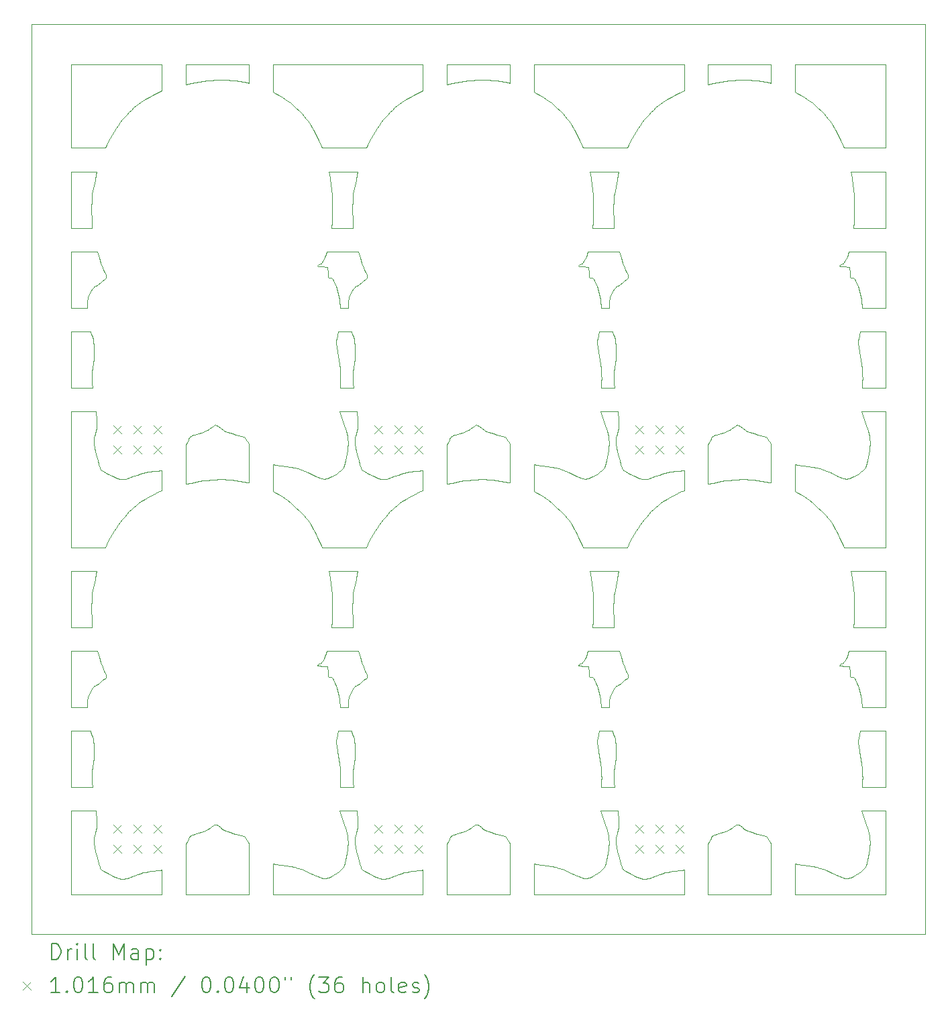
<source format=gbr>
%TF.GenerationSoftware,KiCad,Pcbnew,8.0.4*%
%TF.CreationDate,2024-07-22T02:56:38-05:00*%
%TF.ProjectId,keanu-homeboy-panel,6b65616e-752d-4686-9f6d-65626f792d70,rev?*%
%TF.SameCoordinates,Original*%
%TF.FileFunction,Drillmap*%
%TF.FilePolarity,Positive*%
%FSLAX45Y45*%
G04 Gerber Fmt 4.5, Leading zero omitted, Abs format (unit mm)*
G04 Created by KiCad (PCBNEW 8.0.4) date 2024-07-22 02:56:38*
%MOMM*%
%LPD*%
G01*
G04 APERTURE LIST*
%ADD10C,0.100000*%
%ADD11C,0.200000*%
%ADD12C,0.101600*%
G04 APERTURE END LIST*
D10*
X15865262Y-12644253D02*
X15908301Y-12657849D01*
X13711637Y-12770846D02*
X13733040Y-12763680D01*
X10006371Y-10344548D02*
X10000612Y-10348319D01*
X19696920Y-11503870D02*
X19696110Y-11467351D01*
X19113503Y-7592400D02*
X19158909Y-7603745D01*
X13250956Y-10919425D02*
X13260531Y-10951950D01*
X12822436Y-5048414D02*
X12820812Y-5045737D01*
X10017583Y-7152057D02*
X10012275Y-7167899D01*
X12437878Y-8001680D02*
X12409627Y-7981677D01*
X12841363Y-5024983D02*
X12846016Y-5023850D01*
X13166360Y-7537208D02*
X13175826Y-7499974D01*
X11539035Y-7056565D02*
X11548163Y-7060097D01*
X16584735Y-12319306D02*
X16586737Y-12336493D01*
X19765597Y-12168688D02*
X19734055Y-12071227D01*
X13555074Y-12754304D02*
X13587337Y-12767804D01*
X16664979Y-12643732D02*
X16669913Y-12653188D01*
X19321286Y-8307256D02*
X19303444Y-8279647D01*
X13706783Y-8176319D02*
X13678526Y-8208176D01*
X19684907Y-6882407D02*
X19990471Y-6882407D01*
X13518130Y-7696532D02*
X13555074Y-7713795D01*
X13305225Y-5302127D02*
X13300018Y-5304040D01*
X12474891Y-8031023D02*
X12437878Y-8001680D01*
X9999924Y-11124680D02*
X10000234Y-11167114D01*
X17964311Y-12181757D02*
X17989885Y-12171319D01*
X13291087Y-12319306D02*
X13293089Y-12336493D01*
X17228945Y-2947467D02*
X17178884Y-2979625D01*
X13733040Y-12763680D02*
X13799515Y-12738198D01*
X14740325Y-12148490D02*
X14758724Y-12136149D01*
X16288052Y-9599945D02*
X16293906Y-9532589D01*
X14151059Y-2836621D02*
X14097602Y-2860362D01*
X11402590Y-12171319D02*
X11425830Y-12160222D01*
X13794264Y-3050024D02*
X13764679Y-3076955D01*
X15880042Y-3090173D02*
X15843808Y-3055994D01*
X12332057Y-2892877D02*
X12288060Y-2867579D01*
X19551010Y-10236059D02*
X19546689Y-10234006D01*
X16397424Y-5574305D02*
X16396618Y-5545601D01*
X15581707Y-2867579D02*
X15548941Y-2849620D01*
X19485121Y-12772957D02*
X19500931Y-12773297D01*
X18875355Y-7908088D02*
X18842589Y-7890129D01*
X16045495Y-8336755D02*
X16027639Y-8307256D01*
X18161165Y-12114914D02*
X18173104Y-12123820D01*
X16179894Y-4988353D02*
X16194314Y-4962928D01*
X18300771Y-7153186D02*
X18335197Y-7163367D01*
X17852768Y-7173883D02*
X17906388Y-7160045D01*
X16581694Y-11259883D02*
X16575541Y-11310004D01*
X10857412Y-7877129D02*
X10803955Y-7900871D01*
X10041064Y-9906712D02*
X10062160Y-9981619D01*
X10581543Y-12712185D02*
X10615978Y-12702188D01*
X18018966Y-7750209D02*
X17968339Y-7756809D01*
X16128151Y-10092675D02*
X16120525Y-10091028D01*
X10032968Y-7020620D02*
X10033148Y-7043508D01*
X12373466Y-2917905D02*
X12332057Y-2892877D01*
X19593664Y-4355142D02*
X19593924Y-4286099D01*
X16587218Y-6084171D02*
X16587528Y-6126605D01*
X17744706Y-7795121D02*
X17744706Y-7740609D01*
X19696180Y-11541061D02*
X19696920Y-11503870D01*
X13000258Y-4492081D02*
X13004245Y-4423893D01*
X13974290Y-7647001D02*
X14005561Y-7642038D01*
X13203076Y-9606712D02*
X12993615Y-9606712D01*
X13441515Y-5200759D02*
X13435436Y-5207083D01*
X18996922Y-7981677D02*
X18960761Y-7958414D01*
X16501705Y-5481942D02*
X16498994Y-5505601D01*
X10033148Y-7043508D02*
X10032528Y-7064570D01*
X12914896Y-4932073D02*
X12928519Y-4896608D01*
X18272616Y-7742448D02*
X18221867Y-7740639D01*
X16287263Y-4566203D02*
X16288052Y-4559436D01*
X13273547Y-11371705D02*
X13267807Y-11423509D01*
X15187000Y-7201375D02*
X15222351Y-7252704D01*
X13203276Y-3858102D02*
X13328048Y-3858102D01*
X19099950Y-8062957D02*
X19062186Y-8031023D01*
X14978969Y-2701939D02*
X14928219Y-2700130D01*
X19713554Y-12658340D02*
X19722030Y-12649314D01*
X19644449Y-11028210D02*
X19647112Y-11006094D01*
X13300418Y-7339604D02*
X13311209Y-7391621D01*
X16290853Y-10238233D02*
X16284716Y-10234927D01*
X13290387Y-7265478D02*
X13291087Y-7278798D01*
X13291111Y-11085022D02*
X13293571Y-11124680D01*
X13203276Y-4866203D02*
X13334711Y-4866203D01*
X16222166Y-9937117D02*
X16231923Y-9906712D01*
X12824536Y-10078717D02*
X12829918Y-10073142D01*
X16620263Y-7020620D02*
X16620443Y-7043508D01*
X9909529Y-10598855D02*
X9909802Y-10614814D01*
X12255294Y-2500000D02*
X14151059Y-2500000D01*
X10307057Y-7732107D02*
X10318040Y-7735347D01*
X13611688Y-12775856D02*
X13627638Y-12779150D01*
X19113503Y-12632909D02*
X19158909Y-12644253D01*
X16440407Y-12071227D02*
X16391259Y-11922916D01*
X9967115Y-4367871D02*
X9968784Y-4440177D01*
X13211883Y-5460359D02*
X13208057Y-5481942D01*
X16304096Y-10254578D02*
X16297142Y-10244572D01*
X10032968Y-12061129D02*
X10033148Y-12084017D01*
X12826003Y-12752994D02*
X12845941Y-12760748D01*
X13175826Y-7499974D02*
X13184425Y-7458870D01*
X17444706Y-7625998D02*
X17444706Y-7740409D01*
X10151942Y-10207984D02*
X10153979Y-10217344D01*
X16952436Y-7740509D02*
X16968697Y-7738928D01*
X14515428Y-12233898D02*
X14527191Y-12226443D01*
X11188523Y-7243616D02*
X11195987Y-7227065D01*
X16917177Y-8276578D02*
X16890492Y-8313057D01*
X10044861Y-12542500D02*
X10059038Y-12591426D01*
X18323347Y-2705426D02*
X18272616Y-2701939D01*
X14841811Y-12100606D02*
X14854456Y-12106827D01*
X13267720Y-9194845D02*
X13265445Y-9216497D01*
X13426840Y-5133029D02*
X13441499Y-5157556D01*
X9977234Y-5943255D02*
X9986116Y-5973948D01*
X17330466Y-12678981D02*
X17390645Y-12672962D01*
X16098192Y-8434474D02*
X16080866Y-8400574D01*
X17267937Y-7647001D02*
X17299208Y-7642038D01*
X13305922Y-7167899D02*
X13299890Y-7188982D01*
X18475275Y-2725943D02*
X18424691Y-2717429D01*
X19158909Y-7603745D02*
X19201949Y-7617341D01*
X13326175Y-7064570D02*
X13324754Y-7084081D01*
X12865172Y-5014515D02*
X12872053Y-5007527D01*
X14097602Y-2860362D02*
X14042632Y-2887297D01*
X13292042Y-6171708D02*
X13288047Y-6219374D01*
X13311209Y-12432129D02*
X13324294Y-12487830D01*
X14642812Y-7151002D02*
X14670663Y-7141249D01*
X13090665Y-10473477D02*
X13083593Y-10438669D01*
X16561355Y-5338069D02*
X16547377Y-5359920D01*
X16620443Y-12084017D02*
X16619823Y-12105079D01*
X13286507Y-11048245D02*
X13291111Y-11085022D01*
X16741274Y-10217344D02*
X16741267Y-10226064D01*
X16838885Y-3349890D02*
X16814016Y-3390687D01*
X9709529Y-5574305D02*
X9709529Y-4866203D01*
X19285709Y-3213627D02*
X19264663Y-3186711D01*
X10837042Y-7628272D02*
X10857169Y-7626010D01*
X19290455Y-12694484D02*
X19391458Y-12743420D01*
X16270841Y-5194369D02*
X16263201Y-5195607D01*
X16588598Y-7214407D02*
X16585261Y-7240973D01*
X19516578Y-7731243D02*
X19532410Y-7727798D01*
X10086927Y-12657916D02*
X10094507Y-12664018D01*
X13203449Y-10614814D02*
X13203276Y-10614814D01*
X16471949Y-7128180D02*
X16440407Y-7030718D01*
X18068263Y-7082716D02*
X18089973Y-7064086D01*
X19990471Y-8598610D02*
X19464472Y-8598610D01*
X18515999Y-12293213D02*
X18529726Y-12314256D01*
X14151059Y-7625998D02*
X14151059Y-7740409D01*
X13794264Y-8090533D02*
X13764679Y-8117464D01*
X19564488Y-10234877D02*
X19556848Y-10236115D01*
X18542589Y-12336916D02*
X18542589Y-12981017D01*
X10202513Y-8473363D02*
X10178992Y-8516868D01*
X16498994Y-5505601D02*
X16497374Y-5531135D01*
X16495894Y-7239420D02*
X16493472Y-7215898D01*
X16619823Y-7064570D02*
X16618402Y-7084081D01*
X10037450Y-10329039D02*
X10022450Y-10338241D01*
X16179894Y-10028861D02*
X16194314Y-10003437D01*
X16496924Y-9906712D02*
X16628358Y-9906712D01*
X10857169Y-12666519D02*
X10857412Y-12666507D01*
X16741267Y-5185556D02*
X16739226Y-5193557D01*
X10857169Y-7626010D02*
X10857412Y-7625998D01*
X16347107Y-10342362D02*
X16334089Y-10312940D01*
X16097811Y-7702911D02*
X16119650Y-7712485D01*
X13299890Y-7188982D02*
X13294950Y-7214407D01*
X14867518Y-12114914D02*
X14879456Y-12123820D01*
X15819855Y-12632909D02*
X15865262Y-12644253D01*
X11221781Y-12233898D02*
X11233544Y-12226443D01*
X13286507Y-6007736D02*
X13291111Y-6044513D01*
X10226722Y-8431195D02*
X10202513Y-8473363D01*
X16368683Y-10405219D02*
X16358638Y-10373119D01*
X14559121Y-12214391D02*
X14612740Y-12200553D01*
X13316097Y-10338241D02*
X13310021Y-10341123D01*
X19592328Y-9257542D02*
X19588875Y-9188725D01*
X16284716Y-5194419D02*
X16278217Y-5193509D01*
X14612740Y-12200553D02*
X14642812Y-12191510D01*
X10384879Y-3167667D02*
X10357119Y-3201098D01*
X16559257Y-9548686D02*
X16563839Y-9606712D01*
X16385619Y-7646929D02*
X16409840Y-7627295D01*
X10318040Y-7735347D02*
X10333990Y-7738642D01*
X9987838Y-5320246D02*
X9974060Y-5338069D01*
X13260531Y-10951950D02*
X13270881Y-10983764D01*
X10138433Y-8598610D02*
X9709529Y-8598610D01*
X16659212Y-5261091D02*
X16641894Y-5275868D01*
X13377334Y-10050301D02*
X13398204Y-10109010D01*
X13293881Y-6126605D02*
X13292042Y-6171708D01*
X9910079Y-5531135D02*
X9909529Y-5558347D01*
X19588875Y-9188725D02*
X19583569Y-9120426D01*
X16334089Y-10312940D02*
X16312229Y-10268885D01*
X13293571Y-11124680D02*
X13293881Y-11167114D01*
X18089973Y-7064086D02*
X18098060Y-7058533D01*
X19644479Y-6030656D02*
X19643569Y-6008548D01*
X10001303Y-12254916D02*
X9997966Y-12281482D01*
X16609744Y-5297733D02*
X16603668Y-5300615D01*
X15548941Y-12591872D02*
X15584063Y-12597535D01*
X11502678Y-7064086D02*
X11510765Y-7058533D01*
X15007124Y-7153186D02*
X15041549Y-7163367D01*
X18105123Y-12095721D02*
X18111778Y-12094424D01*
X17000431Y-8176319D02*
X16972174Y-8208176D01*
X9971028Y-11515504D02*
X9973891Y-11564735D01*
X19566017Y-7715155D02*
X19584487Y-7705931D01*
X13479734Y-12717697D02*
X13518130Y-12737041D01*
X17744706Y-7740409D02*
X17744706Y-7303516D01*
X14674691Y-2716300D02*
X14624132Y-2724585D01*
X16157974Y-12766669D02*
X16175153Y-12770743D01*
X11533073Y-2701551D02*
X11482353Y-2704784D01*
X16496724Y-3858102D02*
X16496924Y-3858102D01*
X16496724Y-11922916D02*
X16496924Y-11922916D01*
X19663892Y-5874305D02*
X19990471Y-5874305D01*
X9966884Y-10951950D02*
X9977234Y-10983764D01*
X15247321Y-7293099D02*
X15248941Y-7296408D01*
X10153972Y-5185556D02*
X10151931Y-5193557D01*
X16814016Y-3390687D02*
X16789808Y-3432854D01*
X16739237Y-10207984D02*
X16741274Y-10217344D01*
X12978722Y-12755664D02*
X12997193Y-12746440D01*
X15181628Y-2725943D02*
X15131043Y-2717429D01*
X10417990Y-7730338D02*
X10439393Y-7723172D01*
X14877465Y-7740509D02*
X14826720Y-7742060D01*
X9709529Y-9606712D02*
X9709529Y-8898610D01*
X10803351Y-7632453D02*
X10837042Y-7628272D01*
X10106811Y-10271926D02*
X10089350Y-10286223D01*
X11223768Y-7783995D02*
X11157412Y-7795121D01*
X18480647Y-12241884D02*
X18515999Y-12293213D01*
X11595085Y-12132500D02*
X11606762Y-12143752D01*
X11659172Y-12174150D02*
X11684062Y-12183856D01*
X10030166Y-12008788D02*
X10032968Y-12061129D01*
X13324294Y-12487830D02*
X13338508Y-12542500D01*
X10114540Y-10133934D02*
X10124113Y-10155535D01*
X17820839Y-12226443D02*
X17835200Y-12220096D01*
X16496924Y-11622916D02*
X16496724Y-11622916D01*
X12787219Y-8400574D02*
X12769621Y-8367931D01*
X17087911Y-8090533D02*
X17058327Y-8117464D01*
X10694499Y-7957020D02*
X10641650Y-7987975D01*
X10011578Y-5302127D02*
X10006371Y-5304040D01*
X10000612Y-10348319D02*
X9994401Y-10353778D01*
X13262207Y-9271198D02*
X13260667Y-9336855D01*
X18877711Y-7557026D02*
X19006061Y-7573780D01*
X16561185Y-6524226D02*
X16567175Y-6581638D01*
X18148103Y-7066318D02*
X18161165Y-7074405D01*
X19779103Y-12456252D02*
X19784918Y-12412950D01*
X19693442Y-6387438D02*
X19688603Y-6341594D01*
X13006629Y-9326607D02*
X13005033Y-9257542D01*
X13141449Y-12640880D02*
X13146231Y-12633189D01*
X19647112Y-5965585D02*
X19663892Y-5874305D01*
X13203276Y-11622916D02*
X13203076Y-11622916D01*
X16559092Y-4175988D02*
X16555854Y-4230689D01*
X19439396Y-10063288D02*
X19445799Y-10060142D01*
X12886246Y-4988353D02*
X12900667Y-4962928D01*
X12698414Y-8254136D02*
X12677368Y-8227220D01*
X13106147Y-11427947D02*
X13101308Y-11382103D01*
X10147852Y-10198064D02*
X10151942Y-10207984D01*
X11377016Y-12181757D02*
X11402590Y-12171319D01*
X13570738Y-3310500D02*
X13545237Y-3349890D01*
X17835200Y-7179588D02*
X17852768Y-7173883D01*
X19099950Y-3022448D02*
X19062186Y-2990514D01*
X9997966Y-12281482D02*
X9996740Y-12305987D01*
X13262431Y-4440177D02*
X13265610Y-4508177D01*
X19738598Y-12622273D02*
X19743673Y-12609235D01*
X19597743Y-10254578D02*
X19590789Y-10244572D01*
X13201520Y-12371320D02*
X13203149Y-12333208D01*
X16864386Y-3310500D02*
X16838885Y-3349890D01*
X12751847Y-8336755D02*
X12733992Y-8307256D01*
X18120367Y-2701551D02*
X18069647Y-2704784D01*
X19535020Y-5058450D02*
X19467469Y-5055508D01*
X13885237Y-8020134D02*
X13854570Y-8041834D01*
X17391250Y-2860362D02*
X17336279Y-2887297D01*
X13102970Y-10586110D02*
X13100353Y-10547190D01*
X14804413Y-7058533D02*
X14811476Y-7055212D01*
X10147867Y-5200759D02*
X10141788Y-5207083D01*
X10059038Y-12591426D02*
X10072013Y-12629894D01*
X16152152Y-10060142D02*
X16158820Y-10055024D01*
X10122272Y-5219797D02*
X10106811Y-5231417D01*
X11157412Y-7795121D02*
X11157412Y-7740609D01*
X19556848Y-5195607D02*
X19551010Y-5195551D01*
X16599570Y-7167899D02*
X16593538Y-7188982D01*
X17390645Y-7632453D02*
X17424337Y-7628272D01*
X13203076Y-6882407D02*
X13203276Y-6882407D01*
X16097811Y-12743420D02*
X16119650Y-12752994D01*
X16741274Y-5176836D02*
X16741267Y-5185556D01*
X12845683Y-5053470D02*
X12834503Y-5052166D01*
X13365660Y-7589385D02*
X13371332Y-7603223D01*
X11955294Y-2500000D02*
X11955294Y-2740083D01*
X12474891Y-2990514D02*
X12437878Y-2961171D01*
X16495167Y-12371320D02*
X16496796Y-12333208D01*
X16428382Y-7608805D02*
X16435096Y-7600371D01*
X19643569Y-6008548D02*
X19644449Y-5987702D01*
X13202246Y-12279929D02*
X13199824Y-12256407D01*
X12997206Y-5197725D02*
X12991069Y-5194419D01*
X13228386Y-10450765D02*
X13218628Y-10476526D01*
X13040441Y-5272431D02*
X13018582Y-5228377D01*
X9988247Y-11310004D02*
X9979900Y-11371705D01*
X14670663Y-7141249D02*
X14696238Y-7130811D01*
X16598872Y-5302127D02*
X16593665Y-5304040D01*
X16944414Y-3201098D02*
X16917177Y-3236070D01*
X16669913Y-7612679D02*
X16674221Y-7617407D01*
X14451059Y-12981017D02*
X14451059Y-12344024D01*
X14914658Y-7113797D02*
X14931965Y-7123860D01*
X10037450Y-5288531D02*
X10022450Y-5297733D01*
X11585809Y-12123820D02*
X11595085Y-12132500D01*
X9967019Y-9336855D02*
X9967115Y-9408380D01*
X10398839Y-12776072D02*
X10417990Y-12770846D01*
X13441515Y-10241267D02*
X13435436Y-10247591D01*
X13103776Y-5574305D02*
X13102970Y-5545601D01*
X13623530Y-8276578D02*
X13596845Y-8313057D01*
X16561355Y-10378578D02*
X16547377Y-10400429D01*
X16587528Y-11167114D02*
X16585689Y-11212217D01*
X16270841Y-10234877D02*
X16263201Y-10236115D01*
X13057184Y-11071165D02*
X13056274Y-11049057D01*
X12845941Y-7720239D02*
X12864326Y-7726160D01*
X11595085Y-7091991D02*
X11606762Y-7103243D01*
X16646333Y-7550918D02*
X16659307Y-7589385D01*
X12852101Y-5022779D02*
X12858504Y-5019633D01*
X16194314Y-10003437D02*
X16208544Y-9972582D01*
X12550160Y-3055994D02*
X12512656Y-3022448D01*
X16353525Y-11097065D02*
X16350832Y-11071165D01*
X17799302Y-7202419D02*
X17809076Y-7193390D01*
X12526208Y-7592400D02*
X12571614Y-7603745D01*
X14796326Y-12104595D02*
X14804413Y-12099042D01*
X11942431Y-7273747D02*
X11953673Y-7293099D01*
X16139330Y-5053470D02*
X16128151Y-5052166D01*
X16586737Y-7295985D02*
X16594066Y-7339604D01*
X10122272Y-10260305D02*
X10106811Y-10271926D01*
X19713554Y-7617831D02*
X19722030Y-7608805D01*
X12997206Y-10238233D02*
X12991069Y-10234927D01*
X12938276Y-9906712D02*
X13203076Y-9906712D01*
X19753655Y-12577717D02*
X19763121Y-12540482D01*
X13472639Y-8516868D02*
X13449832Y-8561678D01*
X12945115Y-7727798D02*
X12961479Y-7722440D01*
X16811777Y-12737041D02*
X16848722Y-12754304D01*
X14696238Y-7130811D02*
X14719477Y-7119713D01*
X10303198Y-3272548D02*
X10277091Y-3310500D01*
X13270191Y-4566203D02*
X13203276Y-4566203D01*
X11349164Y-7151002D02*
X11377016Y-7141249D01*
X12956308Y-5188745D02*
X12954169Y-5180589D01*
X16556078Y-9480686D02*
X16559257Y-9548686D01*
X12787219Y-3360066D02*
X12769621Y-3327422D01*
X16145749Y-10063288D02*
X16152152Y-10060142D01*
X13292042Y-11212217D02*
X13288047Y-11259883D01*
X16128151Y-5052166D02*
X16120525Y-5050519D01*
X16297893Y-9464401D02*
X16300017Y-9395650D01*
X16567276Y-6582407D02*
X16496924Y-6582407D01*
X19687648Y-5506681D02*
X19683547Y-5469139D01*
X12914896Y-9972582D02*
X12928519Y-9937117D01*
X9997440Y-12319306D02*
X9999442Y-12336493D01*
X13178302Y-7128180D02*
X13146760Y-7030718D01*
X12881506Y-12770743D02*
X12897826Y-12772957D01*
X9709529Y-2500000D02*
X10857412Y-2500000D01*
X15944656Y-8197019D02*
X15913995Y-8164513D01*
X13290387Y-12305987D02*
X13291087Y-12319306D01*
X13555074Y-7713795D02*
X13587337Y-7727295D01*
X16496824Y-10598855D02*
X16497096Y-10614814D01*
X13203076Y-3858102D02*
X13203276Y-3858102D01*
X13587337Y-12767804D02*
X13600704Y-12772616D01*
X16986134Y-7735564D02*
X17005285Y-7730338D01*
X19670888Y-10438669D02*
X19662330Y-10405219D01*
X11685322Y-7742448D02*
X11634572Y-7740639D01*
X11319093Y-12200553D02*
X11349164Y-12191510D01*
X10133193Y-10173537D02*
X10147852Y-10198064D01*
X11425830Y-7119713D02*
X11446678Y-7107981D01*
X15248941Y-7740409D02*
X15248941Y-7740609D01*
X12550160Y-8096503D02*
X12512656Y-8062957D01*
X13293881Y-11167114D02*
X13292042Y-11212217D01*
X18118642Y-12094944D02*
X18126330Y-12097074D01*
X16624744Y-5288531D02*
X16609744Y-5297733D01*
X13311230Y-7152057D02*
X13305922Y-7167899D01*
X16608495Y-11922916D02*
X16611362Y-11945873D01*
X13108885Y-6500552D02*
X13109625Y-6463361D01*
X16131651Y-3464688D02*
X16115152Y-3428909D01*
X19677960Y-5432968D02*
X19670888Y-5398161D01*
X16273760Y-8986464D02*
X16262909Y-8921341D01*
X9910079Y-10571644D02*
X9909529Y-10598855D01*
X14005561Y-7642038D02*
X14036818Y-7638472D01*
X10307057Y-12772616D02*
X10318040Y-12775856D01*
X19728744Y-7600371D02*
X19733526Y-7592680D01*
X16358638Y-10373119D02*
X16347107Y-10342362D01*
X9967019Y-4296346D02*
X9967115Y-4367871D01*
X16735162Y-10241267D02*
X16729083Y-10247591D01*
X13208057Y-10522451D02*
X13205346Y-10546110D01*
X16880984Y-12767804D02*
X16894352Y-12772616D01*
X11510765Y-7058533D02*
X11517828Y-7055212D01*
X11887981Y-7766452D02*
X11837396Y-7757938D01*
X19356916Y-3327422D02*
X19339142Y-3296246D01*
X17178884Y-2979625D02*
X17148217Y-3001326D01*
X16387631Y-6285754D02*
X16364276Y-6129858D01*
X16222166Y-4896608D02*
X16231923Y-4866203D01*
X10072013Y-7589385D02*
X10077685Y-7603223D01*
X19990471Y-9606712D02*
X19580910Y-9606712D01*
X10104557Y-5068501D02*
X10114540Y-5093425D01*
X14725319Y-2709700D02*
X14674691Y-2716300D01*
X13203076Y-11922916D02*
X13203276Y-11922916D01*
X15996808Y-7653975D02*
X16097811Y-7702911D01*
X11787827Y-12214606D02*
X11893352Y-12241884D01*
X13435436Y-5207083D02*
X13415919Y-5219797D01*
X11482353Y-2704784D02*
X11431671Y-2709700D01*
X10114540Y-5093425D02*
X10124113Y-5115026D01*
X12290416Y-7557026D02*
X12418766Y-7573780D01*
X19789541Y-7239420D02*
X19787119Y-7215898D01*
X16603668Y-10341123D02*
X16598872Y-10342635D01*
X13570738Y-8351008D02*
X13545237Y-8390399D01*
X19432977Y-5053470D02*
X19421798Y-5052166D01*
X13203276Y-8898610D02*
X13328048Y-8898610D01*
X18919351Y-2892877D02*
X18875355Y-2867579D01*
X12620348Y-3124005D02*
X12586395Y-3090173D01*
X10089350Y-10286223D02*
X10071918Y-10301600D01*
X17811063Y-7783995D02*
X17744706Y-7795121D01*
X18542589Y-2740083D02*
X18525782Y-2736130D01*
X16080866Y-8400574D02*
X16063269Y-8367931D01*
X19790471Y-12304706D02*
X19789541Y-12279929D01*
X16575132Y-10360754D02*
X16561355Y-10378578D01*
X17168838Y-12712185D02*
X17203272Y-12702188D01*
X13201520Y-7330811D02*
X13203149Y-7292699D01*
X11887981Y-2725943D02*
X11837396Y-2717429D01*
X12769621Y-8367931D02*
X12751847Y-8336755D01*
X16439878Y-12633189D02*
X16444950Y-12622273D01*
X13203176Y-5558347D02*
X13203449Y-5574305D01*
X19688603Y-11382103D02*
X19681279Y-11326262D01*
X13314848Y-6882407D02*
X13317714Y-6905364D01*
X10006771Y-12380112D02*
X10017561Y-12432129D01*
X13311230Y-12192566D02*
X13305922Y-12208408D01*
X13623530Y-3236070D02*
X13596845Y-3272548D01*
X12952695Y-10208836D02*
X12950601Y-10169185D01*
X11223768Y-2743487D02*
X11157412Y-2754612D01*
X15548941Y-12981017D02*
X15548941Y-12591872D01*
X16495167Y-7330811D02*
X16496796Y-7292699D01*
X13010449Y-5214070D02*
X13003495Y-5204064D01*
X13195380Y-12231672D02*
X13188383Y-12203255D01*
X19696110Y-11467351D02*
X19693442Y-11427947D01*
X19525570Y-9906712D02*
X19990471Y-9906712D01*
X16814016Y-8431195D02*
X16789808Y-8473363D01*
X16115152Y-8469418D02*
X16098192Y-8434474D01*
X9976795Y-9177839D02*
X9974072Y-9194845D01*
X17178884Y-8020134D02*
X17148217Y-8041834D01*
X12881506Y-7730234D02*
X12897826Y-7732448D01*
X9974072Y-9194845D02*
X9971797Y-9216497D01*
X13735510Y-3105562D02*
X13706783Y-3135810D01*
X16587218Y-11124680D02*
X16587528Y-11167114D01*
X16394955Y-6341594D02*
X16387631Y-6285754D01*
X17093162Y-7697689D02*
X17132308Y-7683633D01*
X19459348Y-5007527D02*
X19466390Y-4998772D01*
X10318040Y-12775856D02*
X10333990Y-12779150D01*
X12586395Y-3090173D02*
X12550160Y-3055994D01*
X19576412Y-4012407D02*
X19567407Y-3945955D01*
X19990471Y-5874305D02*
X19990471Y-6582407D01*
X16620263Y-12061129D02*
X16620443Y-12084017D01*
X12821504Y-8469418D02*
X12804545Y-8434474D01*
X19765597Y-7128180D02*
X19734055Y-7030718D01*
X10077685Y-12643732D02*
X10082619Y-12653188D01*
X16496924Y-9606712D02*
X16496724Y-9606712D01*
X13675050Y-12779436D02*
X13692487Y-12776072D01*
X19451621Y-12766669D02*
X19468800Y-12770743D01*
X16389900Y-10509648D02*
X16384313Y-10473477D01*
X13974290Y-12687510D02*
X14005561Y-12682547D01*
X16496724Y-6882407D02*
X16496924Y-6882407D01*
X16705162Y-12679502D02*
X16736766Y-12697956D01*
X13126259Y-7617831D02*
X13134735Y-7608805D01*
X10711914Y-12682547D02*
X10743171Y-12678981D01*
X14470303Y-12308487D02*
X14482170Y-12284124D01*
X11548163Y-12100606D02*
X11560809Y-12106827D01*
X16496724Y-8898610D02*
X16496924Y-8898610D01*
X19775678Y-7162747D02*
X19765597Y-7128180D01*
X15222351Y-7252704D02*
X15236078Y-7273747D01*
X10026956Y-3890489D02*
X10012265Y-3961099D01*
X13126259Y-12658340D02*
X13134735Y-12649314D01*
X13352685Y-12591426D02*
X13365660Y-12629894D01*
X11233544Y-12226443D02*
X11247905Y-12220096D01*
X16409840Y-7627295D02*
X16419906Y-7617831D01*
X18098060Y-7058533D02*
X18105123Y-7055212D01*
X9979881Y-6581638D02*
X9979982Y-6582407D01*
X14826720Y-7742060D02*
X14776000Y-7745293D01*
X16691852Y-10109010D02*
X16701835Y-10133934D01*
X16129410Y-10068577D02*
X16135011Y-10065492D01*
X10439393Y-12763680D02*
X10505868Y-12738198D01*
X13314848Y-11922916D02*
X13317714Y-11945873D01*
X12255294Y-7551363D02*
X12290416Y-7557026D01*
X13106917Y-6541971D02*
X13108885Y-6500552D01*
X9709529Y-6582407D02*
X9709529Y-5874305D01*
X19245003Y-12674369D02*
X19290455Y-12694484D01*
X17906388Y-12200553D02*
X17936459Y-12191510D01*
X13097612Y-11922916D02*
X13203076Y-11922916D01*
X17744706Y-7740609D02*
X17744706Y-7740409D01*
X13365565Y-10301600D02*
X13348246Y-10316377D01*
X13447626Y-5176836D02*
X13447620Y-5185556D01*
X13317714Y-11945873D02*
X13323813Y-12008788D01*
X16561454Y-11423509D02*
X16558452Y-11469936D01*
X15181628Y-7766452D02*
X15131043Y-7757938D01*
X16396618Y-10586110D02*
X16394001Y-10547190D01*
X10028896Y-12142821D02*
X10025900Y-12160045D01*
X10138433Y-3558102D02*
X9709529Y-3558102D01*
X13197623Y-7372441D02*
X13201520Y-7330811D01*
X11955294Y-7296408D02*
X11955294Y-7740409D01*
X10471032Y-8117464D02*
X10441863Y-8146070D01*
X11736052Y-2705426D02*
X11685322Y-2701939D01*
X19321286Y-3266748D02*
X19303444Y-3239138D01*
X12858504Y-10060142D02*
X12865172Y-10055024D01*
X15703275Y-2941168D02*
X15667114Y-2917905D01*
X16312229Y-10268885D02*
X16304096Y-10254578D01*
X13267707Y-10378578D02*
X13253729Y-10400429D01*
X13059817Y-5965585D02*
X13076598Y-5874305D01*
X13006369Y-9395650D02*
X13006629Y-9326607D01*
X13156378Y-12609235D02*
X13166360Y-12577717D01*
X18842589Y-12981017D02*
X18842589Y-12591872D01*
X13267538Y-6524226D02*
X13273528Y-6581638D01*
X13265610Y-9548686D02*
X13270191Y-9606712D01*
X19428658Y-10065492D02*
X19433311Y-10064359D01*
X19696920Y-6463361D02*
X19696110Y-6426842D01*
X16139664Y-5023850D02*
X16145749Y-5022779D01*
X13305912Y-3961099D02*
X13270443Y-4137331D01*
X16711408Y-5115026D02*
X16720488Y-5133029D01*
X13300018Y-10344548D02*
X13294259Y-10348319D01*
X19473541Y-10028861D02*
X19487961Y-10003437D01*
X19552014Y-8898610D02*
X19990471Y-8898610D01*
X16497096Y-10614814D02*
X16496924Y-10614814D01*
X12994404Y-4559436D02*
X13000258Y-4492081D01*
X18173104Y-12123820D02*
X18182380Y-12132500D01*
X14877465Y-2700000D02*
X14826720Y-2701551D01*
X11955294Y-7740409D02*
X11955294Y-7740609D01*
X12886246Y-10028861D02*
X12900667Y-10003437D01*
X15584063Y-7557026D02*
X15712413Y-7573780D01*
X14818131Y-12094424D02*
X14824995Y-12094944D01*
X9709529Y-5874305D02*
X9956084Y-5874305D01*
X16564528Y-10983764D02*
X16573410Y-11014457D01*
X16496824Y-7264197D02*
X16495894Y-7239420D01*
X19548774Y-7722440D02*
X19566017Y-7715155D01*
X9924981Y-10476526D02*
X9918236Y-10500867D01*
X13352685Y-7550918D02*
X13365660Y-7589385D01*
X13267720Y-4154336D02*
X13265445Y-4175988D01*
X13203276Y-8598610D02*
X13203076Y-8598610D01*
X14036818Y-7638472D02*
X14096998Y-7632453D01*
X16496924Y-11922916D02*
X16608495Y-11922916D01*
X10293689Y-12767804D02*
X10307057Y-12772616D01*
X14151059Y-7740409D02*
X14151059Y-7740609D01*
X10381403Y-7738928D02*
X10398839Y-7735564D01*
X19245003Y-7633860D02*
X19290455Y-7653975D01*
X16599570Y-12208408D02*
X16593538Y-12229490D01*
X13057184Y-6030656D02*
X13056274Y-6008548D01*
X10545013Y-7683633D02*
X10581543Y-7671676D01*
X16617461Y-12008788D02*
X16620263Y-12061129D01*
X16357090Y-12706996D02*
X16385619Y-12687438D01*
X13627638Y-12779150D02*
X13643164Y-12780897D01*
X17267937Y-12687510D02*
X17299208Y-12682547D01*
X13059817Y-11006094D02*
X13076598Y-10914814D01*
X12991069Y-5194419D02*
X12984570Y-5193509D01*
X16295228Y-9188725D02*
X16289922Y-9120426D01*
X13240355Y-10424945D02*
X13228386Y-10450765D01*
X11621010Y-12154306D02*
X11638318Y-12164369D01*
X19657923Y-11170366D02*
X19647172Y-11097065D01*
X9973891Y-6524226D02*
X9979881Y-6581638D01*
X13104677Y-11622916D02*
X13106917Y-11582479D01*
X13203276Y-9906712D02*
X13334711Y-9906712D01*
X18542589Y-7780592D02*
X18525782Y-7776638D01*
X18842589Y-7890129D02*
X18842589Y-7740609D01*
X10333990Y-7738642D02*
X10349517Y-7740389D01*
X10694499Y-2916511D02*
X10641650Y-2947467D01*
X14774616Y-12123224D02*
X14796326Y-12104595D01*
X16300277Y-9326607D02*
X16298681Y-9257542D01*
X18033973Y-12148490D02*
X18052371Y-12136149D01*
X14740325Y-7107981D02*
X14758724Y-7095640D01*
X15080396Y-2710590D02*
X15029699Y-2705426D01*
X12969554Y-5195607D02*
X12963716Y-5195551D01*
X13600704Y-12772616D02*
X13611688Y-12775856D01*
X11638318Y-12164369D02*
X11659172Y-12174150D01*
X19425298Y-8505197D02*
X19408799Y-8469418D01*
X19763121Y-12540482D02*
X19771720Y-12499378D01*
X10017561Y-12432129D02*
X10030647Y-12487830D01*
X19583569Y-9120426D02*
X19576412Y-9052915D01*
X12947726Y-10098959D02*
X12880174Y-10096017D01*
X9934739Y-10450765D02*
X9924981Y-10476526D01*
X16482031Y-12203255D02*
X16471949Y-12168688D01*
X16547377Y-10400429D02*
X16534002Y-10424945D01*
X16162887Y-3537905D02*
X16131651Y-3464688D01*
X16258367Y-8898610D02*
X16496724Y-8898610D01*
X10261427Y-7713795D02*
X10293689Y-7727295D01*
X19587553Y-4492081D02*
X19591540Y-4423893D01*
X13371332Y-12643732D02*
X13376266Y-12653188D01*
X16720488Y-10173537D02*
X16735147Y-10198064D01*
X14489634Y-12267574D02*
X14497259Y-12253997D01*
X18194057Y-7103243D02*
X18208305Y-7113797D01*
X18540968Y-7293099D02*
X18542589Y-7296408D01*
X10381403Y-12779436D02*
X10398839Y-12776072D01*
X16496824Y-12304706D02*
X16495894Y-12279929D01*
X16739226Y-5193557D02*
X16735162Y-5200759D01*
X10032528Y-7064570D02*
X10031107Y-7084081D01*
X13101308Y-11382103D02*
X13093984Y-11326262D01*
X17236132Y-7653501D02*
X17267937Y-7647001D01*
X10017583Y-12192566D02*
X10012275Y-12208408D01*
X12963716Y-5195551D02*
X12959395Y-5193498D01*
X10022127Y-12176536D02*
X10017583Y-12192566D01*
X19662330Y-5364711D02*
X19652285Y-5332610D01*
X9956084Y-10914814D02*
X9957309Y-10919425D01*
X14505654Y-12242927D02*
X14515428Y-12233898D01*
X10224483Y-7696532D02*
X10261427Y-7713795D01*
X16496724Y-10914814D02*
X16496924Y-10914814D01*
X16139664Y-10064359D02*
X16145749Y-10063288D01*
X10615978Y-7661679D02*
X10648838Y-7653501D01*
X16396618Y-5545601D02*
X16394001Y-5506681D01*
X15232135Y-7776638D02*
X15181628Y-7766452D01*
X16297142Y-5204064D02*
X16290853Y-5197725D01*
X19433236Y-7720239D02*
X19451621Y-7726160D01*
X10178992Y-8516868D02*
X10156184Y-8561678D01*
X11606762Y-12143752D02*
X11621010Y-12154306D01*
X11938487Y-2736130D02*
X11887981Y-2725943D01*
X15248941Y-7740609D02*
X15248941Y-7780592D01*
X13203726Y-5531135D02*
X13203176Y-5558347D01*
X17775818Y-12284124D02*
X17783282Y-12267574D01*
X16534002Y-5384436D02*
X16522034Y-5410256D01*
X13323813Y-12008788D02*
X13326615Y-12061129D01*
X16027639Y-8307256D02*
X16009796Y-8279647D01*
X9968559Y-4230689D02*
X9967019Y-4296346D01*
X9979900Y-6331196D02*
X9974160Y-6383000D01*
X16848722Y-12754304D02*
X16880984Y-12767804D01*
X13799515Y-12738198D02*
X13838660Y-12724141D01*
X16287263Y-9606712D02*
X16288052Y-9599945D01*
X18225612Y-12164369D02*
X18246467Y-12174150D01*
X16290853Y-5197725D02*
X16284716Y-5194419D01*
X11510765Y-12099042D02*
X11517828Y-12095721D01*
X19408107Y-5045737D02*
X19408927Y-5042373D01*
X13319547Y-7119536D02*
X13315774Y-7136027D01*
X16194314Y-4962928D02*
X16208544Y-4932073D01*
X9909802Y-10614814D02*
X9709529Y-10614814D01*
X14451059Y-7795121D02*
X14451059Y-7740609D01*
X9709529Y-8898610D02*
X10034401Y-8898610D01*
X10591590Y-2979625D02*
X10560922Y-3001326D01*
X19587553Y-9532589D02*
X19591540Y-9464401D01*
X16543379Y-5874305D02*
X16544604Y-5878916D01*
X19391839Y-3393965D02*
X19374513Y-3360066D01*
X16350832Y-6030656D02*
X16349922Y-6008548D01*
X13106147Y-6387438D02*
X13101308Y-6341594D01*
X16175153Y-7730234D02*
X16191474Y-7732448D01*
X19588875Y-4148216D02*
X19583569Y-4079917D01*
X13328048Y-3858102D02*
X13320603Y-3890489D01*
X12418766Y-12614289D02*
X12476053Y-12623145D01*
X12846016Y-10064359D02*
X12852101Y-10063288D01*
X13203449Y-5574305D02*
X13203276Y-5574305D01*
X13273528Y-11622146D02*
X13273629Y-11622916D01*
X13203076Y-9906712D02*
X13203276Y-9906712D01*
X9709529Y-11922916D02*
X10021200Y-11922916D01*
X13203276Y-6582407D02*
X13203076Y-6582407D01*
X13005033Y-9257542D02*
X13001580Y-9188725D01*
X18960761Y-7958414D02*
X18919351Y-7933386D01*
X16304096Y-5214070D02*
X16297142Y-5204064D01*
X13596845Y-3272548D02*
X13570738Y-3310500D01*
X12804545Y-3393965D02*
X12787219Y-3360066D01*
X16485455Y-12456252D02*
X16491270Y-12412950D01*
X10062160Y-4941111D02*
X10083687Y-5009792D01*
X19688603Y-6341594D02*
X19681279Y-6285754D01*
X13260531Y-5911441D02*
X13270881Y-5943255D01*
X16575132Y-5320246D02*
X16561355Y-5338069D01*
X18069647Y-2704784D02*
X18018966Y-2709700D01*
X13249732Y-5874305D02*
X13250956Y-5878916D01*
X16399794Y-6387438D02*
X16394955Y-6341594D01*
X13417760Y-5115026D02*
X13426840Y-5133029D01*
X11212007Y-12242927D02*
X11221781Y-12233898D01*
X16489028Y-7191163D02*
X16482031Y-7162747D01*
X11157412Y-2500000D02*
X11955294Y-2500000D01*
X19487961Y-10003437D02*
X19502191Y-9972582D01*
X9979900Y-11371705D02*
X9974160Y-11423509D01*
X16469473Y-7499974D02*
X16478072Y-7458870D01*
X13611688Y-7735347D02*
X13627638Y-7738642D01*
X16599560Y-3961099D02*
X16564090Y-4137331D01*
X16231923Y-9906712D02*
X16496724Y-9906712D01*
X9979982Y-11622916D02*
X9709529Y-11622916D01*
X13083593Y-5398161D02*
X13075035Y-5364711D01*
X16419906Y-7617831D02*
X16428382Y-7608805D01*
X13388154Y-12664018D02*
X13411515Y-12679502D01*
X15712413Y-12614289D02*
X15769700Y-12623145D01*
X13203176Y-7264197D02*
X13202246Y-7239420D01*
X19647172Y-11097065D02*
X19644479Y-11071165D01*
X19990471Y-9906712D02*
X19990471Y-10614814D01*
X12716149Y-3239138D02*
X12698414Y-3213627D01*
X13400458Y-10271926D02*
X13382998Y-10286223D01*
X16729083Y-5207083D02*
X16709566Y-5219797D01*
X17058327Y-8117464D02*
X17029158Y-8146070D01*
X13273528Y-6581638D02*
X13273629Y-6582407D01*
X12959395Y-5193498D02*
X12956308Y-5188745D01*
X18335197Y-7163367D02*
X18375122Y-7174097D01*
X13400458Y-5231417D02*
X13382998Y-5245714D01*
X10837042Y-12668781D02*
X10857169Y-12666519D01*
X13838660Y-7683633D02*
X13875190Y-7671676D01*
X13203149Y-7292699D02*
X13203176Y-7264197D01*
X16632155Y-7501992D02*
X16646333Y-7550918D01*
X14497259Y-12253997D02*
X14505654Y-12242927D01*
X19693442Y-11427947D02*
X19688603Y-11382103D01*
X9957309Y-10919425D02*
X9966884Y-10951950D01*
X13305912Y-9001608D02*
X13270443Y-9177839D01*
X16300277Y-4286099D02*
X16298681Y-4217033D01*
X13270443Y-9177839D02*
X13267720Y-9194845D01*
X9971963Y-4508177D02*
X9976544Y-4566203D01*
X16555854Y-9271198D02*
X16554314Y-9336855D01*
X14977710Y-7143347D02*
X15007124Y-7153186D01*
X11583817Y-7740509D02*
X11533073Y-7742060D01*
X18033973Y-7107981D02*
X18052371Y-7095640D01*
X13326795Y-7043508D02*
X13326175Y-7064570D01*
X10151942Y-5167476D02*
X10153979Y-5176836D01*
X13059877Y-6056557D02*
X13057184Y-6030656D01*
X13377334Y-5009792D02*
X13398204Y-5068501D01*
X16435096Y-12640880D02*
X16439878Y-12633189D01*
X11955294Y-7740609D02*
X11955294Y-7780592D01*
X13265445Y-4175988D02*
X13262207Y-4230689D01*
X16300017Y-4355142D02*
X16300277Y-4286099D01*
X10251590Y-8390399D02*
X10226722Y-8431195D01*
X12651009Y-8197019D02*
X12620348Y-8164513D01*
X16554314Y-9336855D02*
X16554409Y-9408380D01*
X16616191Y-7102312D02*
X16613195Y-7119536D01*
X18208305Y-7113797D02*
X18225612Y-7123860D01*
X13260762Y-4367871D02*
X13262431Y-4440177D01*
X16621695Y-3858102D02*
X16614250Y-3890489D01*
X16567276Y-11622916D02*
X16496924Y-11622916D01*
X10012265Y-9001608D02*
X9976795Y-9177839D01*
X15880042Y-8130681D02*
X15843808Y-8096503D01*
X13650766Y-3201098D02*
X13623530Y-3236070D01*
X13083593Y-10438669D02*
X13075035Y-10405219D01*
X9709529Y-12981017D02*
X9709529Y-11922916D01*
X13365565Y-5261091D02*
X13348246Y-5275868D01*
X19137455Y-3055994D02*
X19099950Y-3022448D01*
X16297893Y-4423893D02*
X16300017Y-4355142D01*
X19546689Y-10234006D02*
X19543602Y-10229253D01*
X13151303Y-7581764D02*
X13156378Y-7568726D01*
X11634572Y-2700130D02*
X11583817Y-2700000D01*
X12996274Y-9120426D02*
X12989117Y-9052915D01*
X16282765Y-4012407D02*
X16273760Y-3945955D01*
X16394955Y-11382103D02*
X16387631Y-11326262D01*
X12716149Y-8279647D02*
X12698414Y-8254136D01*
X19990471Y-4866203D02*
X19990471Y-5574305D01*
X16172743Y-10039281D02*
X16179894Y-10028861D01*
X13273629Y-6582407D02*
X13203276Y-6582407D01*
X16676645Y-5245714D02*
X16659212Y-5261091D01*
X12620348Y-8164513D02*
X12586395Y-8130681D01*
X19722030Y-12649314D02*
X19728744Y-12640880D01*
X19690265Y-10586110D02*
X19687648Y-10547190D01*
X13264675Y-6474996D02*
X13267538Y-6524226D01*
X16063269Y-8367931D02*
X16045495Y-8336755D01*
X16617461Y-6968279D02*
X16620263Y-7020620D01*
X19532410Y-12768307D02*
X19548774Y-12762949D01*
X19025172Y-8001680D02*
X18996922Y-7981677D01*
X13300418Y-12380112D02*
X13311209Y-12432129D01*
X10581543Y-7671676D02*
X10615978Y-7661679D01*
X14758724Y-12136149D02*
X14774616Y-12123224D01*
X13331097Y-5288531D02*
X13316097Y-5297733D01*
X14841811Y-7060097D02*
X14854456Y-7066318D01*
X13260762Y-9408380D02*
X13262431Y-9480686D01*
X16123566Y-10073142D02*
X16129410Y-10068577D01*
X18271357Y-12183856D02*
X18300771Y-12193695D01*
X16593538Y-12229490D02*
X16588598Y-12254916D01*
X14451059Y-2754612D02*
X14451059Y-2500000D01*
X13264805Y-11469936D02*
X13264675Y-11515504D01*
X13175826Y-12540482D02*
X13184425Y-12499378D01*
X13203276Y-9606712D02*
X13203076Y-9606712D01*
X16838885Y-8390399D02*
X16814016Y-8431195D01*
X16628358Y-4866203D02*
X16649454Y-4941111D01*
X19662330Y-10405219D02*
X19652285Y-10373119D01*
X10857412Y-7740409D02*
X10857412Y-7740609D01*
X12820812Y-5045737D02*
X12821632Y-5042373D01*
X19063347Y-7582636D02*
X19113503Y-7592400D01*
X16173822Y-10096017D02*
X16139330Y-10093979D01*
X13178302Y-12168688D02*
X13146760Y-12071227D01*
X13091972Y-12687438D02*
X13116192Y-12667804D01*
X19590789Y-10244572D02*
X19584500Y-10238233D01*
X14978969Y-7742448D02*
X14928219Y-7740639D01*
X16282765Y-9052915D02*
X16273760Y-8986464D01*
X18194057Y-12143752D02*
X18208305Y-12154306D01*
X10530589Y-3024803D02*
X10500616Y-3050024D01*
X16255126Y-12762949D02*
X16272370Y-12755664D01*
X10329883Y-3236070D02*
X10303198Y-3272548D01*
X18919351Y-7933386D02*
X18875355Y-7908088D01*
X14811476Y-12095721D02*
X14818131Y-12094424D01*
X19790444Y-7292699D02*
X19790471Y-7264197D01*
X17936459Y-7151002D02*
X17964311Y-7141249D01*
X18098060Y-12099042D02*
X18105123Y-12095721D01*
X9971797Y-4175988D02*
X9968559Y-4230689D01*
X13205346Y-5505601D02*
X13203726Y-5531135D01*
X9979982Y-6582407D02*
X9709529Y-6582407D01*
X16581695Y-5313270D02*
X16575132Y-5320246D01*
X12950601Y-10169185D02*
X12947726Y-10098959D01*
X13108885Y-11541061D02*
X13109625Y-11503870D01*
X10439393Y-7723172D02*
X10505868Y-7697689D01*
X17390645Y-12672962D02*
X17424337Y-12668781D01*
X15581707Y-7908088D02*
X15548941Y-7890129D01*
X13382998Y-5245714D02*
X13365565Y-5261091D01*
X13305225Y-10342635D02*
X13300018Y-10344548D01*
X16593538Y-7188982D02*
X16588598Y-7214407D01*
X19564488Y-5194369D02*
X19556848Y-5195607D01*
X10748984Y-7927806D02*
X10694499Y-7957020D01*
X14505654Y-7202419D02*
X14515428Y-7193390D01*
X13449832Y-8561678D02*
X13432080Y-8598610D01*
X12928519Y-9937117D02*
X12938276Y-9906712D01*
X9997440Y-7278798D02*
X9999442Y-7295985D01*
X11157412Y-2754612D02*
X11157412Y-2500000D01*
X15548941Y-7890129D02*
X15548941Y-7740609D01*
X17744706Y-12981017D02*
X17744706Y-12344024D01*
X12879095Y-4998772D02*
X12886246Y-4988353D01*
X16450025Y-7568726D02*
X16460007Y-7537208D01*
X13116192Y-12667804D02*
X13126259Y-12658340D01*
X12991069Y-10234927D02*
X12984570Y-10234017D01*
X19428658Y-5024983D02*
X19433311Y-5023850D01*
X12829918Y-5032633D02*
X12835762Y-5028068D01*
X16115280Y-5042373D02*
X16118184Y-5038208D01*
X12804164Y-12743420D02*
X12826003Y-12752994D01*
X16670982Y-10050301D02*
X16691852Y-10109010D01*
X19391458Y-7702911D02*
X19413298Y-7712485D01*
X16735162Y-5200759D02*
X16729083Y-5207083D01*
X10857412Y-2500000D02*
X10857412Y-2836621D01*
X12929284Y-7731243D02*
X12945115Y-7727798D01*
X19433236Y-12760748D02*
X19451621Y-12766669D01*
X10505868Y-12738198D02*
X10545013Y-12724141D01*
X18323347Y-7745935D02*
X18272616Y-7742448D01*
X14824995Y-7054435D02*
X14832683Y-7056565D01*
X13445579Y-5193557D02*
X13441515Y-5200759D01*
X19285709Y-8254136D02*
X19264663Y-8227220D01*
X13323813Y-6968279D02*
X13326615Y-7020620D01*
X19584500Y-10238233D02*
X19578363Y-10234927D01*
X12769621Y-3327422D02*
X12751847Y-3296246D01*
X16986134Y-12776072D02*
X17005285Y-12770846D01*
X13445589Y-5167476D02*
X13447626Y-5176836D01*
X14826720Y-2701551D02*
X14776000Y-2704784D01*
X19670888Y-5398161D02*
X19662330Y-5364711D01*
X16968697Y-7738928D02*
X16986134Y-7735564D01*
X16894352Y-7732107D02*
X16905335Y-7735347D01*
X16131651Y-8505197D02*
X16115152Y-8469418D01*
X16349922Y-6008548D02*
X16350802Y-5987702D01*
X16581695Y-10353778D02*
X16575132Y-10360754D01*
X19990471Y-8898610D02*
X19990471Y-9606712D01*
X13675050Y-7738928D02*
X13692487Y-7735564D01*
X16789808Y-3432854D02*
X16766286Y-3476360D01*
X13228386Y-5410256D02*
X13218628Y-5436018D01*
X16387631Y-11326262D02*
X16364276Y-11170366D01*
X18208305Y-12154306D02*
X18225612Y-12164369D01*
X11247905Y-7179588D02*
X11265474Y-7173883D01*
X11330485Y-7765094D02*
X11223768Y-7783995D01*
X9974060Y-5338069D02*
X9960082Y-5359920D01*
X13281894Y-6269495D02*
X13273547Y-6331196D01*
X11953673Y-7293099D02*
X11955294Y-7296408D01*
X13293089Y-12336493D02*
X13300418Y-12380112D01*
X10149472Y-7657447D02*
X10186087Y-7677188D01*
X16222931Y-12771752D02*
X16238763Y-12768307D01*
X15819855Y-7592400D02*
X15865262Y-7603745D01*
X17424337Y-12668781D02*
X17444464Y-12666519D01*
X19657923Y-6129858D02*
X19647172Y-6056557D01*
X9996740Y-7265478D02*
X9997440Y-7278798D01*
X19743673Y-12609235D02*
X19753655Y-12577717D01*
X18374043Y-7751099D02*
X18323347Y-7745935D01*
X13260667Y-9336855D02*
X13260762Y-9408380D01*
X17783282Y-12267574D02*
X17790907Y-12253997D01*
X16139589Y-12760748D02*
X16157974Y-12766669D01*
X14774616Y-7082716D02*
X14796326Y-7064086D01*
X13291087Y-7278798D02*
X13293089Y-7295985D01*
X10022450Y-5297733D02*
X10016374Y-5300615D01*
X10743171Y-12678981D02*
X10803351Y-12672962D01*
X17093162Y-12738198D02*
X17132308Y-12724141D01*
X13218628Y-5436018D02*
X13211883Y-5460359D01*
X19137455Y-8096503D02*
X19099950Y-8062957D01*
X13988146Y-2916511D02*
X13935298Y-2947467D01*
X16495894Y-12279929D02*
X16493472Y-12256407D01*
X12900667Y-4962928D02*
X12914896Y-4932073D01*
X15131043Y-7757938D02*
X15080396Y-7751099D01*
X12977194Y-10234877D02*
X12969554Y-10236115D01*
X14150816Y-7626010D02*
X14151059Y-7625998D01*
X16129410Y-5028068D02*
X16135011Y-5024983D01*
X16496724Y-11622916D02*
X16398325Y-11622916D01*
X13678526Y-8208176D02*
X13650766Y-8241607D01*
X16402462Y-6426842D02*
X16399794Y-6387438D01*
X16157974Y-7726160D02*
X16175153Y-7730234D01*
X19445799Y-5019633D02*
X19452467Y-5014515D01*
X10365141Y-7740509D02*
X10381403Y-7738928D01*
X13096252Y-10509648D02*
X13090665Y-10473477D01*
X13658788Y-7740509D02*
X13675050Y-7738928D01*
X19339142Y-8336755D02*
X19321286Y-8307256D01*
X13310021Y-10341123D02*
X13305225Y-10342635D01*
X14096998Y-7632453D02*
X14130690Y-7628272D01*
X9999924Y-6084171D02*
X10000234Y-6126605D01*
X19644449Y-5987702D02*
X19647112Y-5965585D01*
X16905335Y-7735347D02*
X16921285Y-7738642D01*
X10417990Y-12770846D02*
X10439393Y-12763680D01*
X19782675Y-12231672D02*
X19775678Y-12203255D01*
X16563839Y-4566203D02*
X16496924Y-4566203D01*
X16295228Y-4148216D02*
X16289922Y-4079917D01*
X17005285Y-7730338D02*
X17026687Y-7723172D01*
X19644479Y-11071165D02*
X19643569Y-11049057D01*
X10648838Y-12694010D02*
X10680643Y-12687510D01*
X17444706Y-12981017D02*
X15548941Y-12981017D01*
X19466390Y-10039281D02*
X19473541Y-10028861D01*
X16241373Y-10098959D02*
X16173822Y-10096017D01*
X16496824Y-5558347D02*
X16497096Y-5574305D01*
X19687648Y-10547190D02*
X19683547Y-10509648D01*
X18525782Y-2736130D02*
X18475275Y-2725943D01*
X16735147Y-5157556D02*
X16739237Y-5167476D01*
X14888732Y-12132500D02*
X14900409Y-12143752D01*
X10441863Y-3105562D02*
X10413136Y-3135810D01*
X19663892Y-10914814D02*
X19990471Y-10914814D01*
X12373466Y-7958414D02*
X12332057Y-7933386D01*
X16257363Y-10236059D02*
X16253042Y-10234006D01*
X16353465Y-11006094D02*
X16370245Y-10914814D01*
X9973891Y-11564735D02*
X9979881Y-11622146D01*
X16632155Y-12542500D02*
X16646333Y-12591426D01*
X13447620Y-5185556D02*
X13445579Y-5193557D01*
X13253729Y-5359920D02*
X13240355Y-5384436D01*
X9968784Y-9480686D02*
X9971963Y-9548686D01*
X16498994Y-10546110D02*
X16497374Y-10571644D01*
X16377241Y-5398161D02*
X16368683Y-5364711D01*
X10641650Y-7987975D02*
X10591590Y-8020134D01*
X16674221Y-7617407D02*
X16681801Y-7623509D01*
X16669913Y-12653188D02*
X16674221Y-12657916D01*
X19734055Y-7030718D02*
X19684907Y-6882407D01*
X13317714Y-6905364D02*
X13323813Y-6968279D01*
X13388154Y-7623509D02*
X13411515Y-7638993D01*
X19464472Y-8598610D02*
X19456535Y-8578414D01*
X14517415Y-7783995D02*
X14451059Y-7795121D01*
X16725727Y-8598610D02*
X16496924Y-8598610D01*
X13447626Y-10217344D02*
X13447620Y-10226064D01*
X11585809Y-7083311D02*
X11595085Y-7091991D01*
X10026956Y-8930998D02*
X10012265Y-9001608D01*
X13199824Y-12256407D02*
X13195380Y-12231672D01*
X13003495Y-5204064D02*
X12997206Y-5197725D01*
X19743673Y-7568726D02*
X19753655Y-7537208D01*
X12897826Y-12772957D02*
X12913637Y-12773297D01*
X12996274Y-4079917D02*
X12989117Y-4012407D01*
X16664979Y-7603223D02*
X16669913Y-7612679D01*
X9709529Y-10614814D02*
X9709529Y-9906712D01*
X16496924Y-4866203D02*
X16628358Y-4866203D01*
X12864326Y-7726160D02*
X12881506Y-7730234D01*
X16238763Y-7727798D02*
X16255126Y-7722440D01*
X13103776Y-10614814D02*
X13102970Y-10586110D01*
X10012275Y-12208408D02*
X10006243Y-12229490D01*
X16471949Y-12168688D02*
X16440407Y-12071227D01*
X19681279Y-11326262D02*
X19657923Y-11170366D01*
X11381044Y-7756809D02*
X11330485Y-7765094D01*
X16384313Y-5432968D02*
X16377241Y-5398161D01*
X12409627Y-2941168D02*
X12373466Y-2917905D01*
X14832683Y-12097074D02*
X14841811Y-12100606D01*
X12961479Y-12762949D02*
X12978722Y-12755664D01*
X17444464Y-7626010D02*
X17444706Y-7625998D01*
X10083687Y-10050301D02*
X10104557Y-10109010D01*
X16604878Y-12192566D02*
X16599570Y-12208408D01*
X13064991Y-5332610D02*
X13053459Y-5301853D01*
X13056274Y-6008548D02*
X13057154Y-5987702D01*
X10711914Y-7642038D02*
X10743171Y-7638472D01*
X18182380Y-7091991D02*
X18194057Y-7103243D01*
X14151059Y-7740609D02*
X14151059Y-7877129D01*
X16611362Y-6905364D02*
X16617461Y-6968279D01*
X13146231Y-12633189D02*
X13151303Y-12622273D01*
X12834503Y-5052166D02*
X12826877Y-5050519D01*
X12821632Y-5042373D02*
X12824536Y-5038208D01*
X16460007Y-7537208D02*
X16469473Y-7499974D01*
X11330485Y-2724585D02*
X11223768Y-2743487D01*
X17811063Y-2743487D02*
X17744706Y-2754612D01*
X11465076Y-12136149D02*
X11480968Y-12123224D01*
X13398204Y-5068501D02*
X13408187Y-5093425D01*
X10077685Y-7603223D02*
X10082619Y-7612679D01*
X11517828Y-7055212D02*
X11524483Y-7053915D01*
X17087911Y-3050024D02*
X17058327Y-3076955D01*
X16247816Y-10221097D02*
X16246342Y-10208836D01*
X16170825Y-8598610D02*
X16162887Y-8578414D01*
X16496924Y-6882407D02*
X16608495Y-6882407D01*
X16613195Y-12160045D02*
X16609422Y-12176536D01*
X16558322Y-6474996D02*
X16561185Y-6524226D01*
X16564090Y-9177839D02*
X16561367Y-9194845D01*
X19677960Y-10473477D02*
X19670888Y-10438669D01*
X11955294Y-2740083D02*
X11938487Y-2736130D01*
X15548941Y-7551363D02*
X15584063Y-7557026D01*
X19063347Y-12623145D02*
X19113503Y-12632909D01*
X18529726Y-7273747D02*
X18540968Y-7293099D01*
X16120525Y-10091028D02*
X16116084Y-10088923D01*
X9968559Y-9271198D02*
X9967019Y-9336855D01*
X10141788Y-10247591D02*
X10122272Y-10260305D01*
X16773382Y-12717697D02*
X16811777Y-12737041D01*
X13942485Y-7653501D02*
X13974290Y-7647001D01*
X12829918Y-10073142D02*
X12835762Y-10068577D01*
X10680643Y-7647001D02*
X10711914Y-7642038D01*
X13208057Y-5481942D02*
X13205346Y-5505601D01*
X16398325Y-11622916D02*
X16400564Y-11582479D01*
X13293089Y-7295985D02*
X13300418Y-7339604D01*
X19734055Y-12071227D02*
X19684907Y-11922916D01*
X13166360Y-12577717D02*
X13175826Y-12540482D01*
X14832683Y-7056565D02*
X14841811Y-7060097D01*
X15584063Y-12597535D02*
X15712413Y-12614289D01*
X15908301Y-7617341D02*
X15951356Y-7633860D01*
X13093984Y-11326262D02*
X13070629Y-11170366D01*
X15843808Y-8096503D02*
X15806303Y-8062957D01*
X13141449Y-7600371D02*
X13146231Y-7592680D01*
X16588598Y-12254916D02*
X16585261Y-12281482D01*
X19408107Y-10086246D02*
X19408927Y-10082882D01*
X16917177Y-3236070D02*
X16890492Y-3272548D01*
X16119650Y-12752994D02*
X16139589Y-12760748D01*
X17835200Y-12220096D02*
X17852768Y-12214391D01*
X12255294Y-7890129D02*
X12255294Y-7740609D01*
X15029699Y-7745935D02*
X14978969Y-7742448D01*
X19728744Y-12640880D02*
X19733526Y-12633189D01*
X16377241Y-10438669D02*
X16368683Y-10405219D01*
X19432977Y-10093979D02*
X19421798Y-10092675D01*
X10028896Y-7102312D02*
X10025900Y-7119536D01*
X18111778Y-12094424D02*
X18118642Y-12094944D01*
X19452467Y-5014515D02*
X19459348Y-5007527D01*
X16009796Y-8279647D02*
X15992061Y-8254136D01*
X16428382Y-12649314D02*
X16435096Y-12640880D01*
X19681279Y-6285754D02*
X19657923Y-6129858D01*
X11377016Y-7141249D02*
X11402590Y-7130811D01*
X19990471Y-11622916D02*
X19691972Y-11622916D01*
X14796326Y-7064086D02*
X14804413Y-7058533D01*
X16115280Y-10082882D02*
X16118184Y-10078717D01*
X13411515Y-12679502D02*
X13443119Y-12697956D01*
X18171112Y-7740509D02*
X18120367Y-7742060D01*
X17444706Y-7740609D02*
X17444706Y-7877129D01*
X13211883Y-10500867D02*
X13208057Y-10522451D01*
X17029158Y-8146070D02*
X17000431Y-8176319D01*
X16587528Y-6126605D02*
X16585689Y-6171708D01*
X11212007Y-7202419D02*
X11221781Y-7193390D01*
X12869240Y-8578414D02*
X12838004Y-8505197D01*
X13376266Y-12653188D02*
X13380574Y-12657916D01*
X11381044Y-2716300D02*
X11330485Y-2724585D01*
X16609744Y-10338241D02*
X16603668Y-10341123D01*
X19408927Y-10082882D02*
X19411831Y-10078717D01*
X16493472Y-12256407D02*
X16489028Y-12231672D01*
X16272370Y-7715155D02*
X16290840Y-7705931D01*
X9914410Y-5481942D02*
X9911699Y-5505601D01*
X10022450Y-10338241D02*
X10016374Y-10341123D01*
X16249955Y-5188745D02*
X16247816Y-5180589D01*
X13096252Y-5469139D02*
X13090665Y-5432968D01*
X10857412Y-12666507D02*
X10857412Y-12981017D01*
X16544604Y-5878916D02*
X16554179Y-5911441D01*
X13305922Y-12208408D02*
X13299890Y-12229490D01*
X19411831Y-5038208D02*
X19417213Y-5032633D01*
X13100353Y-5506681D02*
X13096252Y-5469139D01*
X16496924Y-8898610D02*
X16621695Y-8898610D01*
X19543602Y-10229253D02*
X19541463Y-10221097D01*
X16554314Y-4296346D02*
X16554409Y-4367871D01*
X13319547Y-12160045D02*
X13315774Y-12176536D01*
X19452467Y-10055024D02*
X19459348Y-10048036D01*
X11517828Y-12095721D02*
X11524483Y-12094424D01*
X16659307Y-7589385D02*
X16664979Y-7603223D01*
X13264675Y-11515504D02*
X13267538Y-11564735D01*
X13326615Y-7020620D02*
X13326795Y-7043508D01*
X10000612Y-5307811D02*
X9994401Y-5313270D01*
X17000431Y-3135810D02*
X16972174Y-3167667D01*
X9918236Y-10500867D02*
X9914410Y-10522451D01*
X16246342Y-5168327D02*
X16244248Y-5128676D01*
X14470303Y-7267978D02*
X14482170Y-7243616D01*
X16811777Y-7696532D02*
X16848722Y-7713795D01*
X15908301Y-12657849D02*
X15951356Y-12674369D01*
X13643164Y-7740389D02*
X13658788Y-7740509D01*
X15222351Y-12293213D02*
X15236078Y-12314256D01*
X16646333Y-12591426D02*
X16659307Y-12629894D01*
X16358638Y-5332610D02*
X16347107Y-5301853D01*
X16312229Y-5228377D02*
X16304096Y-5214070D01*
X13273629Y-11622916D02*
X13203276Y-11622916D01*
X16563839Y-9606712D02*
X16496924Y-9606712D01*
X15768539Y-2990514D02*
X15731525Y-2961171D01*
X16628358Y-9906712D02*
X16649454Y-9981619D01*
X15548941Y-2849620D02*
X15548941Y-2500000D01*
X18182380Y-12132500D02*
X18194057Y-12143752D01*
X16364276Y-6129858D02*
X16353525Y-6056557D01*
X9976544Y-4566203D02*
X9709529Y-4566203D01*
X19515813Y-9937117D02*
X19525570Y-9906712D01*
X16298681Y-9257542D02*
X16295228Y-9188725D01*
X9909802Y-5574305D02*
X9709529Y-5574305D01*
X16439878Y-7592680D02*
X16444950Y-7581764D01*
X13281485Y-5320246D02*
X13267707Y-5338069D01*
X10560922Y-8041834D02*
X10530589Y-8065312D01*
X16310885Y-12735263D02*
X16357090Y-12706996D01*
X16258367Y-3858102D02*
X16496724Y-3858102D01*
X19787119Y-12256407D02*
X19782675Y-12231672D01*
X19541463Y-5180589D02*
X19539989Y-5168327D01*
X10021200Y-6882407D02*
X10024067Y-6905364D01*
X10016374Y-10341123D02*
X10011578Y-10342635D01*
X13326175Y-12105079D02*
X13324754Y-12124589D01*
X9994400Y-6219374D02*
X9988247Y-6269495D01*
X19535020Y-10098959D02*
X19467469Y-10096017D01*
X14541552Y-7179588D02*
X14559121Y-7173883D01*
X16496724Y-5574305D02*
X16397424Y-5574305D01*
X16554179Y-5911441D02*
X16564528Y-5943255D01*
X11786748Y-2710590D02*
X11736052Y-2705426D01*
X17809076Y-7193390D02*
X17820839Y-7185935D01*
X14451059Y-7303516D02*
X14470303Y-7267978D01*
X16158820Y-10055024D02*
X16165701Y-10048036D01*
X13057154Y-11028210D02*
X13059817Y-11006094D01*
X16586737Y-12336493D02*
X16594066Y-12380112D01*
X16611362Y-11945873D02*
X16617461Y-12008788D01*
X18480647Y-7201375D02*
X18515999Y-7252704D01*
X18171112Y-2700000D02*
X18120367Y-2701551D01*
X16741267Y-10226064D02*
X16739226Y-10234065D01*
X19556556Y-8921341D02*
X19552014Y-8898610D01*
X9709529Y-10914814D02*
X9956084Y-10914814D01*
X18105123Y-7055212D02*
X18111778Y-7053915D01*
X16496724Y-9906712D02*
X16496924Y-9906712D01*
X19694212Y-11582479D02*
X19696180Y-11541061D01*
X18877711Y-12597535D02*
X19006061Y-12614289D01*
X12980112Y-8986464D02*
X12969262Y-8921341D01*
X18542589Y-7740409D02*
X18542589Y-7740609D01*
X15187000Y-12241884D02*
X15222351Y-12293213D01*
X13195380Y-7191163D02*
X13188383Y-7162747D01*
X9974160Y-11423509D02*
X9971158Y-11469936D01*
X13398204Y-10109010D02*
X13408187Y-10133934D01*
X13299890Y-12229490D02*
X13294950Y-12254916D01*
X16587906Y-10348319D02*
X16581695Y-10353778D01*
X13417760Y-10155535D02*
X13426840Y-10173537D01*
X10147852Y-5157556D02*
X10151942Y-5167476D01*
X16139589Y-7720239D02*
X16157974Y-7726160D01*
X16890492Y-8313057D02*
X16864386Y-8351008D01*
X16191474Y-7732448D02*
X16207284Y-7732788D01*
X14042632Y-2887297D02*
X13988146Y-2916511D01*
X13545237Y-3349890D02*
X13520369Y-3390687D01*
X13017238Y-12735263D02*
X13063443Y-12706996D01*
X11533073Y-7742060D02*
X11482353Y-7745293D01*
X19647112Y-11006094D02*
X19663892Y-10914814D01*
X13678526Y-3167667D02*
X13650766Y-3201098D01*
X10106811Y-5231417D02*
X10089350Y-5245714D01*
X18221867Y-2700130D02*
X18171112Y-2700000D01*
X17168838Y-7671676D02*
X17203272Y-7661679D01*
X16641894Y-10316377D02*
X16624744Y-10329039D01*
X16469473Y-12540482D02*
X16478072Y-12499378D01*
X16735147Y-10198064D02*
X16739237Y-10207984D01*
X13134735Y-12649314D02*
X13141449Y-12640880D01*
X15625704Y-2892877D02*
X15581707Y-2867579D01*
X12824536Y-5038208D02*
X12829918Y-5032633D01*
X15731525Y-2961171D02*
X15703275Y-2941168D01*
X16244248Y-10169185D02*
X16241373Y-10098959D01*
X16350832Y-11071165D02*
X16349922Y-11049057D01*
X10277091Y-3310500D02*
X10251590Y-3349890D01*
X16575541Y-6269495D02*
X16567194Y-6331196D01*
X16968697Y-12779436D02*
X16986134Y-12776072D01*
X16670982Y-5009792D02*
X16691852Y-5068501D01*
X10413136Y-8176319D02*
X10384879Y-8208176D01*
X16368683Y-5364711D02*
X16358638Y-5332610D01*
X16482031Y-7162747D02*
X16471949Y-7128180D01*
X16585689Y-6171708D02*
X16581694Y-6219374D01*
X19703487Y-12667804D02*
X19713554Y-12658340D01*
X19788815Y-7330811D02*
X19790444Y-7292699D01*
X12409627Y-7981677D02*
X12373466Y-7958414D01*
X10186087Y-12717697D02*
X10224483Y-12737041D01*
X11233544Y-7185935D02*
X11247905Y-7179588D01*
X12978722Y-7715155D02*
X12997193Y-7705931D01*
X10303198Y-8313057D02*
X10277091Y-8351008D01*
X16705162Y-7638993D02*
X16736766Y-7657447D01*
X9924981Y-5436018D02*
X9918236Y-5460359D01*
X12820812Y-10086246D02*
X12821632Y-10082882D01*
X10124113Y-5115026D02*
X10133193Y-5133029D01*
X12821504Y-3428909D02*
X12804545Y-3393965D01*
X19532410Y-7727798D02*
X19548774Y-7722440D01*
X19459348Y-10048036D02*
X19466390Y-10039281D01*
X16409840Y-12667804D02*
X16419906Y-12658340D01*
X10094507Y-12664018D02*
X10117868Y-12679502D01*
X17790907Y-7213488D02*
X17799302Y-7202419D01*
X13064991Y-10373119D02*
X13053459Y-10342362D01*
X16394001Y-5506681D02*
X16389900Y-5469139D01*
X19597743Y-5214070D02*
X19590789Y-5204064D01*
X16701835Y-5093425D02*
X16711408Y-5115026D01*
X13197623Y-12412950D02*
X13201520Y-12371320D01*
X13249732Y-10914814D02*
X13250956Y-10919425D01*
X19502191Y-9972582D02*
X19515813Y-9937117D01*
X18068263Y-12123224D02*
X18089973Y-12104595D01*
X18335197Y-12203875D02*
X18375122Y-12214606D01*
X13104677Y-6582407D02*
X13106917Y-6541971D01*
X13199824Y-7215898D02*
X13195380Y-7191163D01*
X9971963Y-9548686D02*
X9976544Y-9606712D01*
X9966884Y-5911441D02*
X9977234Y-5943255D01*
X17203272Y-12702188D02*
X17236132Y-12694010D01*
X10151931Y-5193557D02*
X10147867Y-5200759D01*
X16241373Y-5058450D02*
X16173822Y-5055508D01*
X19539989Y-10208836D02*
X19537895Y-10169185D01*
X19652285Y-5332610D02*
X19640754Y-5301853D01*
X16564090Y-4137331D02*
X16561367Y-4154336D01*
X19062186Y-2990514D02*
X19025172Y-2961171D01*
X16290840Y-12746440D02*
X16310885Y-12735263D01*
X15548941Y-7740609D02*
X15548941Y-7740409D01*
X16587906Y-5307811D02*
X16581695Y-5313270D01*
X13279763Y-11014457D02*
X13286507Y-11048245D01*
X13203076Y-6582407D02*
X13104677Y-6582407D01*
X10000234Y-11167114D02*
X9998395Y-11212217D01*
X10226722Y-3390687D02*
X10202513Y-3432854D01*
X9999442Y-12336493D02*
X10006771Y-12380112D01*
X17026687Y-12763680D02*
X17093162Y-12738198D01*
X16191474Y-12772957D02*
X16207284Y-12773297D01*
X10591590Y-8020134D02*
X10560922Y-8041834D01*
X12571614Y-7603745D02*
X12614654Y-7617341D01*
X19703487Y-7627295D02*
X19713554Y-7617831D01*
X12288060Y-2867579D02*
X12255294Y-2849620D01*
X11747902Y-7163367D02*
X11787827Y-7174097D01*
X14451059Y-2500000D02*
X15248941Y-2500000D01*
X13300018Y-5304040D02*
X13294259Y-5307811D01*
X11465076Y-7095640D02*
X11480968Y-7082716D01*
X10857412Y-7740609D02*
X10857412Y-7877129D01*
X16573410Y-11014457D02*
X16580154Y-11048245D01*
X12255294Y-12591872D02*
X12290416Y-12597535D01*
X13596845Y-8313057D02*
X13570738Y-8351008D01*
X16244248Y-5128676D02*
X16241373Y-5058450D01*
X11402590Y-7130811D02*
X11425830Y-7119713D01*
X14900409Y-12143752D02*
X14914658Y-12154306D01*
X19173689Y-3090173D02*
X19137455Y-3055994D01*
X17391250Y-7900871D02*
X17336279Y-7927806D01*
X16114460Y-5045737D02*
X16115280Y-5042373D01*
X13355807Y-4941111D02*
X13377334Y-5009792D01*
X19423057Y-10068577D02*
X19428658Y-10065492D01*
X13053459Y-10342362D02*
X13040441Y-10312940D01*
X16561185Y-11564735D02*
X16567175Y-11622146D01*
X18960761Y-2917905D02*
X18919351Y-2892877D01*
X12838004Y-8505197D02*
X12821504Y-8469418D01*
X13441499Y-10198064D02*
X13445589Y-10207984D01*
X13184425Y-12499378D02*
X13191808Y-12456252D01*
X10006371Y-5304040D02*
X10000612Y-5307811D01*
X19413298Y-7712485D02*
X19433236Y-7720239D01*
X10124113Y-10155535D02*
X10133193Y-10173537D01*
X11573870Y-12114914D02*
X11585809Y-12123820D01*
X13017238Y-7694754D02*
X13063443Y-7666488D01*
X12993615Y-9606712D02*
X12994404Y-9599945D01*
X14096998Y-12672962D02*
X14130690Y-12668781D01*
X13338508Y-7501992D02*
X13352685Y-7550918D01*
X18013125Y-7119713D02*
X18033973Y-7107981D01*
X16444950Y-7581764D02*
X16450025Y-7568726D01*
X13885237Y-2979625D02*
X13854570Y-3001326D01*
X19158909Y-12644253D02*
X19201949Y-12657849D01*
X13253729Y-10400429D02*
X13240355Y-10424945D01*
X17005285Y-12770846D02*
X17026687Y-12763680D01*
X12826877Y-5050519D02*
X12822436Y-5048414D01*
X13320603Y-8930998D02*
X13305912Y-9001608D01*
X16743479Y-8561678D02*
X16725727Y-8598610D01*
X13909625Y-12702188D02*
X13942485Y-12694010D01*
X19571864Y-10234017D02*
X19564488Y-10234877D01*
X9956084Y-5874305D02*
X9957309Y-5878916D01*
X16544604Y-10919425D02*
X16554179Y-10951950D01*
X10277091Y-8351008D02*
X10251590Y-8390399D01*
X16496924Y-3858102D02*
X16621695Y-3858102D01*
X13432080Y-8598610D02*
X13203276Y-8598610D01*
X9709529Y-9906712D02*
X10041064Y-9906712D01*
X12959395Y-10234006D02*
X12956308Y-10229253D01*
X16921285Y-7738642D02*
X16936811Y-7740389D01*
X19466390Y-4998772D02*
X19473541Y-4988353D01*
X12879095Y-10039281D02*
X12886246Y-10028861D01*
X16298681Y-4217033D02*
X16295228Y-4148216D01*
X19990471Y-3558102D02*
X19464472Y-3558102D01*
X19006061Y-12614289D02*
X19063347Y-12623145D01*
X13288047Y-11259883D02*
X13281894Y-11310004D01*
X16115152Y-3428909D02*
X16098192Y-3393965D01*
X18126330Y-12097074D02*
X18135458Y-12100606D01*
X13270881Y-10983764D02*
X13279763Y-11014457D01*
X16440407Y-7030718D02*
X16391259Y-6882407D01*
X16561367Y-4154336D02*
X16559092Y-4175988D01*
X10071918Y-5261091D02*
X10054599Y-5275868D01*
X13203076Y-10614814D02*
X13103776Y-10614814D01*
X16522034Y-5410256D02*
X16512276Y-5436018D01*
X14151059Y-2500000D02*
X14151059Y-2836621D01*
X13004245Y-9464401D02*
X13006369Y-9395650D01*
X19502191Y-4932073D02*
X19515813Y-4896608D01*
X14674691Y-7756809D02*
X14624132Y-7765094D01*
X9709529Y-3858102D02*
X10034401Y-3858102D01*
X12255294Y-7740409D02*
X12255294Y-7551363D01*
X17117884Y-8065312D02*
X17087911Y-8090533D01*
X11560809Y-12106827D02*
X11573870Y-12114914D01*
X15029699Y-2705426D02*
X14978969Y-2701939D01*
X13449832Y-3521169D02*
X13432080Y-3558102D01*
X19566017Y-12755664D02*
X19584487Y-12746440D01*
X19578363Y-5194419D02*
X19571864Y-5193509D01*
X10031107Y-7084081D02*
X10028896Y-7102312D01*
X10006243Y-7188982D02*
X10001303Y-7214407D01*
X16491270Y-7372441D02*
X16495167Y-7330811D01*
X16350802Y-5987702D02*
X16353465Y-5965585D01*
X10186087Y-7677188D02*
X10224483Y-7696532D01*
X9709529Y-3558102D02*
X9709529Y-2500000D01*
X9967115Y-9408380D02*
X9968784Y-9480686D01*
X12872053Y-10048036D02*
X12879095Y-10039281D01*
X10641650Y-2947467D02*
X10591590Y-2979625D01*
X13191808Y-7415743D02*
X13197623Y-7372441D01*
X10384879Y-8208176D02*
X10357119Y-8241607D01*
X16766286Y-3476360D02*
X16743479Y-3521169D01*
X13854570Y-8041834D02*
X13824236Y-8065312D01*
X18246467Y-12174150D02*
X18271357Y-12183856D01*
X13320603Y-3890489D02*
X13305912Y-3961099D01*
X18246467Y-7133641D02*
X18271357Y-7143347D01*
X15248941Y-2740083D02*
X15232135Y-2736130D01*
X11955294Y-7780592D02*
X11938487Y-7776638D01*
X9977234Y-10983764D02*
X9986116Y-11014457D01*
X10025900Y-12160045D02*
X10022127Y-12176536D01*
X16293906Y-4492081D02*
X16297893Y-4423893D01*
X19691972Y-6582407D02*
X19694212Y-6541971D01*
X14900409Y-7103243D02*
X14914658Y-7113797D01*
X19580910Y-9606712D02*
X19581699Y-9599945D01*
X10006243Y-12229490D02*
X10001303Y-12254916D01*
X19339142Y-3296246D02*
X19321286Y-3266748D01*
X13334711Y-9906712D02*
X13355807Y-9981619D01*
X13443119Y-12697956D02*
X13479734Y-12717697D01*
X10012275Y-7167899D02*
X10006243Y-7188982D01*
X13102970Y-5545601D02*
X13100353Y-5506681D01*
X12703160Y-12694484D02*
X12804164Y-12743420D01*
X16400564Y-6541971D02*
X16402532Y-6500552D01*
X11431671Y-7750209D02*
X11381044Y-7756809D01*
X9994401Y-10353778D02*
X9987838Y-10360754D01*
X17228945Y-7987975D02*
X17178884Y-8020134D01*
X10082619Y-7612679D02*
X10086927Y-7617407D01*
X16247816Y-5180589D02*
X16246342Y-5168327D01*
X18052371Y-12136149D02*
X18068263Y-12123224D01*
X17058327Y-3076955D02*
X17029158Y-3105562D01*
X17029158Y-3105562D02*
X17000431Y-3135810D01*
X16534002Y-10424945D02*
X16522034Y-10450765D01*
X14036818Y-12678981D02*
X14096998Y-12672962D01*
X18120367Y-7742060D02*
X18069647Y-7745293D01*
X10024067Y-6905364D02*
X10030166Y-6968279D01*
X18135458Y-7060097D02*
X18148103Y-7066318D01*
X15232135Y-2736130D02*
X15181628Y-2725943D01*
X19722030Y-7608805D02*
X19728744Y-7600371D01*
X9709529Y-11622916D02*
X9709529Y-10914814D01*
X12989117Y-4012407D02*
X12980112Y-3945955D01*
X10178992Y-3476360D02*
X10156184Y-3521169D01*
X11953673Y-12333608D02*
X11955294Y-12336916D01*
X10034401Y-3858102D02*
X10026956Y-3890489D01*
X19421798Y-10092675D02*
X19414172Y-10091028D01*
X13146760Y-12071227D02*
X13097612Y-11922916D01*
X15236078Y-7273747D02*
X15247321Y-7293099D01*
X13108815Y-6426842D02*
X13106147Y-6387438D01*
X11221781Y-7193390D02*
X11233544Y-7185935D01*
X10094507Y-7623509D02*
X10117868Y-7638993D01*
X16391259Y-6882407D02*
X16496724Y-6882407D01*
X16659307Y-12629894D02*
X16664979Y-12643732D01*
X11480968Y-7082716D02*
X11502678Y-7064086D01*
X17236132Y-12694010D02*
X17267937Y-12687510D01*
X16554409Y-9408380D02*
X16556078Y-9480686D01*
X16300017Y-9395650D02*
X16300277Y-9326607D01*
X9986116Y-5973948D02*
X9992860Y-6007736D01*
X14776000Y-7745293D02*
X14725319Y-7750209D01*
X16496924Y-3558102D02*
X16496724Y-3558102D01*
X12614654Y-7617341D02*
X12657709Y-7633860D01*
X11176655Y-12308487D02*
X11188523Y-12284124D01*
X14670663Y-12181757D02*
X14696238Y-12171319D01*
X13426840Y-10173537D02*
X13441499Y-10198064D01*
X11349164Y-12191510D02*
X11377016Y-12181757D01*
X12418766Y-7573780D02*
X12476053Y-7582636D01*
X15971015Y-8227220D02*
X15944656Y-8197019D01*
X19374513Y-8400574D02*
X19356916Y-8367931D01*
X19584500Y-5197725D02*
X19578363Y-5194419D01*
X16496796Y-7292699D02*
X16496824Y-7264197D01*
X16848722Y-7713795D02*
X16880984Y-7727295D01*
X10117868Y-7638993D02*
X10149472Y-7657447D01*
X16694105Y-10271926D02*
X16676645Y-10286223D01*
X9988247Y-6269495D02*
X9979900Y-6331196D01*
X13408187Y-5093425D02*
X13417760Y-5115026D01*
X13443119Y-7657447D02*
X13479734Y-7677188D01*
X14719477Y-12160222D02*
X14740325Y-12148490D01*
X16139330Y-10093979D02*
X16128151Y-10092675D01*
X19640754Y-5301853D02*
X19627736Y-5272431D01*
X16972174Y-8208176D02*
X16944414Y-8241607D01*
X16789808Y-8473363D02*
X16766286Y-8516868D01*
X16561454Y-6383000D02*
X16558452Y-6429427D01*
X11203612Y-7213488D02*
X11212007Y-7202419D01*
X11157412Y-12344024D02*
X11176655Y-12308487D01*
X12877177Y-8598610D02*
X12869240Y-8578414D01*
X12255294Y-12981017D02*
X12255294Y-12591872D01*
X19788815Y-12371320D02*
X19790444Y-12333208D01*
X13380574Y-12657916D02*
X13388154Y-12664018D01*
X16890492Y-3272548D02*
X16864386Y-3310500D01*
X11157412Y-12981017D02*
X11157412Y-12344024D01*
X19173689Y-8130681D02*
X19137455Y-8096503D01*
X9971158Y-6429427D02*
X9971028Y-6474996D01*
X10104557Y-10109010D02*
X10114540Y-10133934D01*
X16617941Y-7447321D02*
X16632155Y-7501992D01*
X19421798Y-5052166D02*
X19414172Y-5050519D01*
X9971797Y-9216497D02*
X9968559Y-9271198D01*
X12751847Y-3296246D02*
X12733992Y-3266748D01*
X19650738Y-12706996D02*
X19679267Y-12687438D01*
X17336279Y-7927806D02*
X17281794Y-7957020D01*
X10024067Y-11945873D02*
X10030166Y-12008788D01*
X13315774Y-7136027D02*
X13311230Y-7152057D01*
X15236078Y-12314256D02*
X15247321Y-12333608D01*
X10153972Y-10226064D02*
X10151931Y-10234065D01*
X10016374Y-5300615D02*
X10011578Y-5302127D01*
X13735510Y-8146070D02*
X13706783Y-8176319D01*
X14879456Y-7083311D02*
X14888732Y-7091991D01*
X16609422Y-12176536D02*
X16604878Y-12192566D01*
X13348246Y-5275868D02*
X13331097Y-5288531D01*
X17917780Y-7765094D02*
X17811063Y-7783995D01*
X11157412Y-7740609D02*
X11157412Y-7740409D01*
X10224483Y-12737041D02*
X10261427Y-12754304D01*
X14541552Y-12220096D02*
X14559121Y-12214391D01*
X13824236Y-3024803D02*
X13794264Y-3050024D01*
X17444706Y-7740409D02*
X17444706Y-7740609D01*
X11942431Y-12314256D02*
X11953673Y-12333608D01*
X17444706Y-12666507D02*
X17444706Y-12981017D01*
X11157412Y-7303516D02*
X11176655Y-7267978D01*
X13371332Y-7603223D02*
X13376266Y-7612679D01*
X11502678Y-12104595D02*
X11510765Y-12099042D01*
X16559257Y-4508177D02*
X16563839Y-4566203D01*
X19408927Y-5042373D02*
X19411831Y-5038208D01*
X19605876Y-5228377D02*
X19597743Y-5214070D01*
X16135011Y-5024983D02*
X16139664Y-5023850D01*
X12332057Y-7933386D02*
X12288060Y-7908088D01*
X10034401Y-8898610D02*
X10026956Y-8930998D01*
X11524483Y-7053915D02*
X11531347Y-7054435D01*
X9998395Y-11212217D02*
X9994400Y-11259883D01*
X10011578Y-10342635D02*
X10006371Y-10344548D01*
X13415919Y-10260305D02*
X13400458Y-10271926D01*
X19604533Y-7694754D02*
X19650738Y-7666488D01*
X14527191Y-12226443D02*
X14541552Y-12220096D01*
X19679267Y-7646929D02*
X19703487Y-7627295D01*
X14931965Y-7123860D02*
X14952820Y-7133641D01*
X12841363Y-10065492D02*
X12846016Y-10064359D01*
X19652285Y-10373119D02*
X19640754Y-10342362D01*
X19605876Y-10268885D02*
X19597743Y-10254578D01*
X19696110Y-6426842D02*
X19693442Y-6387438D01*
X12869240Y-3537905D02*
X12838004Y-3464688D01*
X15712413Y-7573780D02*
X15769700Y-7582636D01*
X19990471Y-4566203D02*
X19580910Y-4566203D01*
X19467469Y-5055508D02*
X19432977Y-5053470D01*
X17132308Y-7683633D02*
X17168838Y-7671676D01*
X16618402Y-12124589D02*
X16616191Y-12142821D01*
X16253042Y-10234006D02*
X16249955Y-10229253D01*
X12437878Y-2961171D02*
X12409627Y-2941168D01*
X19500931Y-12773297D02*
X19516578Y-12771752D01*
X19468800Y-7730234D02*
X19485121Y-7732448D01*
X13518130Y-12737041D02*
X13555074Y-12754304D01*
X9934739Y-5410256D02*
X9924981Y-5436018D01*
X13326795Y-12084017D02*
X13326175Y-12105079D01*
X16370245Y-5874305D02*
X16496724Y-5874305D01*
X16249955Y-10229253D02*
X16247816Y-10221097D01*
X9997966Y-7240973D02*
X9996740Y-7265478D01*
X16567194Y-6331196D02*
X16561454Y-6383000D01*
X9974160Y-6383000D02*
X9971158Y-6429427D01*
X13018582Y-10268885D02*
X13010449Y-10254578D01*
X16310885Y-7694754D02*
X16357090Y-7666488D01*
X16497374Y-5531135D02*
X16496824Y-5558347D01*
X15248941Y-2500000D02*
X15248941Y-2740083D01*
X19433311Y-5023850D02*
X19439396Y-5022779D01*
X18375122Y-7174097D02*
X18480647Y-7201375D01*
X13380574Y-7617407D02*
X13388154Y-7623509D01*
X15548941Y-7740409D02*
X15548941Y-7551363D01*
X15992061Y-8254136D02*
X15971015Y-8227220D01*
X17148217Y-8041834D02*
X17117884Y-8065312D01*
X16119650Y-7712485D02*
X16139589Y-7720239D01*
X16255126Y-7722440D02*
X16272370Y-7715155D01*
X9971028Y-6474996D02*
X9973891Y-6524226D01*
X10000234Y-6126605D02*
X9998395Y-6171708D01*
X13056274Y-11049057D02*
X13057154Y-11028210D01*
X10680643Y-12687510D02*
X10711914Y-12682547D01*
X16384313Y-10473477D02*
X16377241Y-10438669D01*
X16556078Y-4440177D02*
X16559257Y-4508177D01*
X13203076Y-10914814D02*
X13203276Y-10914814D01*
X19546689Y-5193498D02*
X19543602Y-5188745D01*
X13203276Y-11922916D02*
X13314848Y-11922916D01*
X13203276Y-4566203D02*
X13203076Y-4566203D01*
X19640754Y-10342362D02*
X19627736Y-10312940D01*
X13764679Y-3076955D02*
X13735510Y-3105562D01*
X15248941Y-12981017D02*
X14451059Y-12981017D01*
X19025172Y-2961171D02*
X18996922Y-2941168D01*
X11659172Y-7133641D02*
X11684062Y-7143347D01*
X10500616Y-8090533D02*
X10471032Y-8117464D01*
X16608495Y-6882407D02*
X16611362Y-6905364D01*
X17989885Y-12171319D02*
X18013125Y-12160222D01*
X9994400Y-11259883D02*
X9988247Y-11310004D01*
X19500931Y-7732788D02*
X19516578Y-7731243D01*
X13338508Y-12542500D02*
X13352685Y-12591426D01*
X16604856Y-12432129D02*
X16617941Y-12487830D01*
X16238763Y-12768307D02*
X16255126Y-12762949D01*
X12977194Y-5194369D02*
X12969554Y-5195607D01*
X12980112Y-3945955D02*
X12969262Y-3880832D01*
X16273760Y-3945955D02*
X16262909Y-3880832D01*
X12929284Y-12771752D02*
X12945115Y-12768307D01*
X19679267Y-12687438D02*
X19703487Y-12667804D01*
X12952695Y-5168327D02*
X12950601Y-5128676D01*
X16739237Y-5167476D02*
X16741274Y-5176836D01*
X13203176Y-12304706D02*
X13202246Y-12279929D01*
X12614654Y-12657849D02*
X12657709Y-12674369D01*
X16613195Y-7119536D02*
X16609422Y-7136027D01*
X12476053Y-12623145D02*
X12526208Y-12632909D01*
X15769700Y-12623145D02*
X15819855Y-12632909D01*
X16478072Y-12499378D02*
X16485455Y-12456252D01*
X19581699Y-9599945D02*
X19587553Y-9532589D01*
X9994401Y-5313270D02*
X9987838Y-5320246D01*
X13324294Y-7447321D02*
X13338508Y-7501992D01*
X15806303Y-8062957D02*
X15768539Y-8031023D01*
X18996922Y-2941168D02*
X18960761Y-2917905D01*
X10261427Y-12754304D02*
X10293689Y-12767804D01*
X13281894Y-11310004D02*
X13273547Y-11371705D01*
X19784918Y-7372441D02*
X19788815Y-7330811D01*
X16558452Y-11469936D02*
X16558322Y-11515504D01*
X17783282Y-7227065D02*
X17790907Y-7213488D01*
X19391458Y-12743420D02*
X19413298Y-12752994D01*
X10398839Y-7735564D02*
X10417990Y-7730338D01*
X17964311Y-7141249D02*
X17989885Y-7130811D01*
X10151931Y-10234065D02*
X10147867Y-10241267D01*
X16496724Y-8598610D02*
X16170825Y-8598610D01*
X19576412Y-9052915D02*
X19567407Y-8986464D01*
X15806303Y-3022448D02*
X15768539Y-2990514D01*
X13311209Y-7391621D02*
X13324294Y-7447321D01*
X13203176Y-10598855D02*
X13203449Y-10614814D01*
X13203276Y-6882407D02*
X13314848Y-6882407D01*
X9960082Y-5359920D02*
X9946707Y-5384436D01*
X19771720Y-7458870D02*
X19779103Y-7415743D01*
X16558322Y-11515504D02*
X16561185Y-11564735D01*
X19411831Y-10078717D02*
X19417213Y-10073142D01*
X17203272Y-7661679D02*
X17236132Y-7653501D01*
X15913995Y-8164513D02*
X15880042Y-8130681D01*
X16593665Y-5304040D02*
X16587906Y-5307811D01*
X10071918Y-10301600D02*
X10054599Y-10316377D01*
X14097602Y-7900871D02*
X14042632Y-7927806D01*
X16496924Y-6582407D02*
X16496724Y-6582407D01*
X16522034Y-10450765D02*
X16512276Y-10476526D01*
X17917780Y-2724585D02*
X17811063Y-2743487D01*
X16880984Y-7727295D02*
X16894352Y-7732107D01*
X16618402Y-7084081D02*
X16616191Y-7102312D01*
X12677368Y-3186711D02*
X12651009Y-3156511D01*
X16385619Y-12687438D02*
X16409840Y-12667804D01*
X12865172Y-10055024D02*
X12872053Y-10048036D01*
X16145749Y-5022779D02*
X16152152Y-5019633D01*
X11893352Y-12241884D02*
X11928704Y-12293213D01*
X12822436Y-10088923D02*
X12820812Y-10086246D01*
X19539989Y-5168327D02*
X19537895Y-5128676D01*
X16098192Y-3393965D02*
X16080866Y-3360066D01*
X16496724Y-6582407D02*
X16398325Y-6582407D01*
X12835762Y-5028068D02*
X12841363Y-5024983D01*
X16496924Y-10914814D02*
X16543379Y-10914814D01*
X13643164Y-12780897D02*
X13658788Y-12781017D01*
X10030647Y-12487830D02*
X10044861Y-12542500D01*
X13288048Y-10353778D02*
X13281485Y-10360754D01*
X19696180Y-6500552D02*
X19696920Y-6463361D01*
X13203076Y-8598610D02*
X12877177Y-8598610D01*
X16165701Y-5007527D02*
X16172743Y-4998772D01*
X18540968Y-12333608D02*
X18542589Y-12336916D01*
X9911699Y-10546110D02*
X9910079Y-10571644D01*
X14497259Y-7213488D02*
X14505654Y-7202419D01*
X10030166Y-6968279D02*
X10032968Y-7020620D01*
X13600704Y-7732107D02*
X13611688Y-7735347D01*
X15992061Y-3213627D02*
X15971015Y-3186711D01*
X13935298Y-7987975D02*
X13885237Y-8020134D01*
X13091972Y-7646929D02*
X13116192Y-7627295D01*
X16585261Y-7240973D02*
X16584035Y-7265478D01*
X16135011Y-10065492D02*
X16139664Y-10064359D01*
X13188383Y-7162747D02*
X13178302Y-7128180D01*
X19990471Y-12981017D02*
X18842589Y-12981017D01*
X12864326Y-12766669D02*
X12881506Y-12770743D01*
X9709529Y-8598610D02*
X9709529Y-6882407D01*
X13294259Y-5307811D02*
X13288048Y-5313270D01*
X9992860Y-11048245D02*
X9997464Y-11085022D01*
X16080866Y-3360066D02*
X16063269Y-3327422D01*
X10648838Y-7653501D02*
X10680643Y-7647001D01*
X14928219Y-7740639D02*
X14877465Y-7740509D01*
X12733992Y-8307256D02*
X12716149Y-8279647D01*
X13267707Y-5338069D02*
X13253729Y-5359920D01*
X13365660Y-12629894D02*
X13371332Y-12643732D01*
X16564528Y-5943255D02*
X16573410Y-5973948D01*
X19408799Y-3428909D02*
X19391839Y-3393965D01*
X10001303Y-7214407D02*
X9997966Y-7240973D01*
X16691852Y-5068501D02*
X16701835Y-5093425D01*
X11431671Y-2709700D02*
X11381044Y-2716300D01*
X16649454Y-9981619D02*
X16670982Y-10050301D01*
X13322543Y-7102312D02*
X13319547Y-7119536D01*
X15248941Y-7296408D02*
X15248941Y-7740409D01*
X13059877Y-11097065D02*
X13057184Y-11071165D01*
X17968339Y-7756809D02*
X17917780Y-7765094D01*
X15247321Y-12333608D02*
X15248941Y-12336916D01*
X13441499Y-5157556D02*
X13445589Y-5167476D01*
X19409731Y-5048414D02*
X19408107Y-5045737D01*
X12804164Y-7702911D02*
X12826003Y-7712485D01*
X19548774Y-12762949D02*
X19566017Y-12755664D01*
X19374513Y-3360066D02*
X19356916Y-3327422D01*
X13203076Y-4566203D02*
X12993615Y-4566203D01*
X12897826Y-7732448D02*
X12913637Y-7732788D01*
X16725727Y-3558102D02*
X16496924Y-3558102D01*
X10500616Y-3050024D02*
X10471032Y-3076955D01*
X16027639Y-3266748D02*
X16009796Y-3239138D01*
X9709529Y-4866203D02*
X10041064Y-4866203D01*
X10365141Y-12781017D02*
X10381403Y-12779436D01*
X13063443Y-12706996D02*
X13091972Y-12687438D01*
X16399794Y-11427947D02*
X16394955Y-11382103D01*
X10030647Y-7447321D02*
X10044861Y-7501992D01*
X16353525Y-6056557D02*
X16350832Y-6030656D01*
X16944414Y-8241607D02*
X16917177Y-8276578D01*
X13270191Y-9606712D02*
X13203276Y-9606712D01*
X10857412Y-2836621D02*
X10803955Y-2860362D01*
X13435436Y-10247591D02*
X13415919Y-10260305D01*
X13262207Y-4230689D02*
X13260667Y-4296346D01*
X10041064Y-4866203D02*
X10062160Y-4941111D01*
X9976795Y-4137331D02*
X9974072Y-4154336D01*
X10025900Y-7119536D02*
X10022127Y-7136027D01*
X19303444Y-8279647D02*
X19285709Y-8254136D01*
X12512656Y-3022448D02*
X12474891Y-2990514D01*
X19753655Y-7537208D02*
X19763121Y-7499974D01*
X10117868Y-12679502D02*
X10149472Y-12697956D01*
X13408187Y-10133934D02*
X13417760Y-10155535D01*
X10062160Y-9981619D02*
X10083687Y-10050301D01*
X10803955Y-7900871D02*
X10748984Y-7927806D01*
X19990471Y-6582407D02*
X19691972Y-6582407D01*
X12877177Y-3558102D02*
X12869240Y-3537905D01*
X12703160Y-7653975D02*
X12804164Y-7702911D01*
X15996808Y-12694484D02*
X16097811Y-12743420D01*
X10357119Y-8241607D02*
X10329883Y-8276578D01*
X9974072Y-4154336D02*
X9971797Y-4175988D01*
X16497374Y-10571644D02*
X16496824Y-10598855D01*
X19552014Y-3858102D02*
X19990471Y-3858102D01*
X10089350Y-5245714D02*
X10071918Y-5261091D01*
X10082619Y-12653188D02*
X10086927Y-12657916D01*
X10251590Y-3349890D02*
X10226722Y-3390687D01*
X11684062Y-12183856D02*
X11713476Y-12193695D01*
X13294950Y-7214407D02*
X13291613Y-7240973D01*
X18842589Y-7740609D02*
X18842589Y-7740409D01*
X14824995Y-12094944D02*
X14832683Y-12097074D01*
X17989885Y-7130811D02*
X18013125Y-7119713D01*
X15081475Y-7174097D02*
X15187000Y-7201375D01*
X12880174Y-10096017D02*
X12845683Y-10093979D01*
X17299208Y-12682547D02*
X17330466Y-12678981D01*
X16894352Y-12772616D02*
X16905335Y-12775856D01*
X19581699Y-4559436D02*
X19587553Y-4492081D01*
X19456535Y-8578414D02*
X19425298Y-8505197D01*
X10349517Y-12780897D02*
X10365141Y-12781017D01*
X16936811Y-7740389D02*
X16952436Y-7740509D01*
X19733526Y-7592680D02*
X19738598Y-7581764D01*
X16512276Y-10476526D02*
X16505531Y-10500867D01*
X10530589Y-8065312D02*
X10500616Y-8090533D01*
X16231923Y-4866203D02*
X16496724Y-4866203D01*
X13076598Y-10914814D02*
X13203076Y-10914814D01*
X16972174Y-3167667D02*
X16944414Y-3201098D01*
X18272616Y-2701939D02*
X18221867Y-2700130D01*
X16743479Y-3521169D02*
X16725727Y-3558102D01*
X11638318Y-7123860D02*
X11659172Y-7133641D01*
X12993615Y-4566203D02*
X12994404Y-4559436D01*
X16391259Y-11922916D02*
X16496724Y-11922916D01*
X10012265Y-3961099D02*
X9976795Y-4137331D01*
X11573870Y-7074405D02*
X11585809Y-7083311D01*
X18529726Y-12314256D02*
X18540968Y-12333608D01*
X15041549Y-7163367D02*
X15081475Y-7174097D01*
X9918236Y-5460359D02*
X9914410Y-5481942D01*
X16921285Y-12779150D02*
X16936811Y-12780897D01*
X19445799Y-10060142D02*
X19452467Y-10055024D01*
X12526208Y-12632909D02*
X12571614Y-12644253D01*
X19691071Y-5574305D02*
X19690265Y-5545601D01*
X18013125Y-12160222D02*
X18033973Y-12148490D01*
X16278217Y-5193509D02*
X16270841Y-5194369D01*
X13267538Y-11564735D02*
X13273528Y-11622146D01*
X9209529Y-13481017D02*
X20490471Y-13481017D01*
X19567407Y-3945955D02*
X19556556Y-3880832D01*
X16736766Y-7657447D02*
X16773382Y-7677188D01*
X9968784Y-4440177D02*
X9971963Y-4508177D01*
X19578363Y-10234927D02*
X19571864Y-10234017D01*
X16609422Y-7136027D02*
X16604878Y-7152057D01*
X15913995Y-3124005D02*
X15880042Y-3090173D01*
X19425298Y-3464688D02*
X19408799Y-3428909D01*
X16162887Y-8578414D02*
X16131651Y-8505197D01*
X13706783Y-3135810D02*
X13678526Y-3167667D01*
X10333990Y-12779150D02*
X10349517Y-12780897D01*
X19417213Y-5032633D02*
X19423057Y-5028068D01*
X13711637Y-7730338D02*
X13733040Y-7723172D01*
X16674221Y-12657916D02*
X16681801Y-12664018D01*
X12872053Y-5007527D02*
X12879095Y-4998772D01*
X16580154Y-6007736D02*
X16584758Y-6044513D01*
X14776000Y-2704784D02*
X14725319Y-2709700D01*
X12994404Y-9599945D02*
X13000258Y-9532589D01*
X13293571Y-6084171D02*
X13293881Y-6126605D01*
X16694105Y-5231417D02*
X16676645Y-5245714D01*
X13001580Y-9188725D02*
X12996274Y-9120426D01*
X16172743Y-4998772D02*
X16179894Y-4988353D01*
X13799515Y-7697689D02*
X13838660Y-7683633D01*
X10149472Y-12697956D02*
X10186087Y-12717697D01*
X16450025Y-12609235D02*
X16460007Y-12577717D01*
X16278217Y-10234017D02*
X16270841Y-10234877D01*
X13692487Y-7735564D02*
X13711637Y-7730338D01*
X16370245Y-10914814D02*
X16496724Y-10914814D01*
X19779103Y-7415743D02*
X19784918Y-7372441D01*
X15667114Y-2917905D02*
X15625704Y-2892877D01*
X13134735Y-7608805D02*
X13141449Y-7600371D01*
X13109625Y-11503870D02*
X13108815Y-11467351D01*
X10133193Y-5133029D02*
X10147852Y-5157556D01*
X19006061Y-7573780D02*
X19063347Y-7582636D01*
X19456535Y-3537905D02*
X19425298Y-3464688D01*
X17444706Y-2836621D02*
X17391250Y-2860362D01*
X12913637Y-7732788D02*
X12929284Y-7731243D01*
X11955294Y-12981017D02*
X11157412Y-12981017D01*
X19238304Y-8197019D02*
X19207642Y-8164513D01*
X12969262Y-8921341D02*
X12964719Y-8898610D01*
X13520369Y-3390687D02*
X13496160Y-3432854D01*
X17744706Y-2754612D02*
X17744706Y-2500000D01*
X9971158Y-11469936D02*
X9971028Y-11515504D01*
X12950601Y-5128676D02*
X12947726Y-5058450D01*
X10441863Y-8146070D02*
X10413136Y-8176319D01*
X16009796Y-3239138D02*
X15992061Y-3213627D01*
X16496924Y-5874305D02*
X16543379Y-5874305D01*
X10413136Y-3135810D02*
X10384879Y-3167667D01*
X14725319Y-7750209D02*
X14674691Y-7756809D01*
X16334089Y-5272431D02*
X16312229Y-5228377D01*
X13291111Y-6044513D02*
X13293571Y-6084171D01*
X17790907Y-12253997D02*
X17799302Y-12242927D01*
X16207284Y-12773297D02*
X16222931Y-12771752D01*
X18542589Y-7296408D02*
X18542589Y-7740409D01*
X13116192Y-7627295D02*
X13126259Y-7617831D01*
X9979881Y-11622146D02*
X9979982Y-11622916D01*
X16575541Y-11310004D02*
X16567194Y-11371705D01*
X16120525Y-5050519D02*
X16116084Y-5048414D01*
X16493472Y-7215898D02*
X16489028Y-7191163D01*
X19391839Y-8434474D02*
X19374513Y-8400574D01*
X13520369Y-8431195D02*
X13496160Y-8473363D01*
X17281794Y-2916511D02*
X17228945Y-2947467D01*
X12964719Y-8898610D02*
X13203076Y-8898610D01*
X13270443Y-4137331D02*
X13267720Y-4154336D01*
X13273547Y-6331196D02*
X13267807Y-6383000D01*
X13203076Y-5874305D02*
X13203276Y-5874305D01*
X11606762Y-7103243D02*
X11621010Y-7113797D01*
X16116084Y-5048414D02*
X16114460Y-5045737D01*
X19592328Y-4217033D02*
X19588875Y-4148216D01*
X11157412Y-7740409D02*
X11157412Y-7303516D01*
X18525782Y-7776638D02*
X18475275Y-7766452D01*
X19990471Y-10614814D02*
X19691071Y-10614814D01*
X16620443Y-7043508D02*
X16619823Y-7064570D01*
X10560922Y-3001326D02*
X10530589Y-3024803D01*
X17444464Y-12666519D02*
X17444706Y-12666507D01*
X16554409Y-4367871D02*
X16556078Y-4440177D01*
X16584035Y-12305987D02*
X16584735Y-12319306D01*
X19650738Y-7666488D02*
X19679267Y-7646929D01*
X13188383Y-12203255D02*
X13178302Y-12168688D01*
X16599560Y-9001608D02*
X16564090Y-9177839D01*
X13106917Y-11582479D02*
X13108885Y-11541061D01*
X17852768Y-12214391D02*
X17906388Y-12200553D01*
X11188523Y-12284124D02*
X11195987Y-12267574D01*
X11265474Y-7173883D02*
X11319093Y-7160045D01*
X13447620Y-10226064D02*
X13445579Y-10234065D01*
X15131043Y-2717429D02*
X15080396Y-2710590D01*
X18542589Y-7740609D02*
X18542589Y-7780592D01*
X17444706Y-2500000D02*
X17444706Y-2836621D01*
X14150816Y-12666519D02*
X14151059Y-12666507D01*
X10044861Y-7501992D02*
X10059038Y-7550918D01*
X17330466Y-7638472D02*
X17390645Y-7632453D01*
X16394001Y-10547190D02*
X16389900Y-10509648D01*
X11736052Y-7745935D02*
X11685322Y-7742448D01*
X16496724Y-10614814D02*
X16397424Y-10614814D01*
X15081475Y-12214606D02*
X15187000Y-12241884D01*
X19556556Y-3880832D02*
X19552014Y-3858102D01*
X19591540Y-9464401D02*
X19593664Y-9395650D01*
X9997464Y-6044513D02*
X9999924Y-6084171D01*
X13260667Y-4296346D02*
X13260762Y-4367871D01*
X15041549Y-12203875D02*
X15081475Y-12214606D01*
X16173822Y-5055508D02*
X16139330Y-5053470D01*
X12969262Y-3880832D02*
X12964719Y-3858102D01*
X10615978Y-12702188D02*
X10648838Y-12694010D01*
X18126330Y-7056565D02*
X18135458Y-7060097D01*
X19990471Y-2500000D02*
X19990471Y-3558102D01*
X12997193Y-7705931D02*
X13017238Y-7694754D01*
X16297142Y-10244572D02*
X16290853Y-10238233D01*
X13006369Y-4355142D02*
X13006629Y-4286099D01*
X16123566Y-5032633D02*
X16129410Y-5028068D01*
X10141788Y-5207083D02*
X10122272Y-5219797D01*
X19409731Y-10088923D02*
X19408107Y-10086246D01*
X16614250Y-3890489D02*
X16599560Y-3961099D01*
X14130690Y-12668781D02*
X14150816Y-12666519D01*
X16512276Y-5436018D02*
X16505531Y-5460359D01*
X16497096Y-5574305D02*
X16496924Y-5574305D01*
X11480968Y-12123224D02*
X11502678Y-12104595D01*
X19571864Y-5193509D02*
X19564488Y-5194369D01*
X18374043Y-2710590D02*
X18323347Y-2705426D01*
X19584487Y-7705931D02*
X19604533Y-7694754D01*
X13764679Y-8117464D02*
X13735510Y-8146070D01*
X10329883Y-8276578D02*
X10303198Y-8313057D01*
X13265445Y-9216497D02*
X13262207Y-9271198D01*
X19990471Y-5574305D02*
X19691071Y-5574305D01*
X9997464Y-11085022D02*
X9999924Y-11124680D01*
X15971015Y-3186711D02*
X15944656Y-3156511D01*
X16175153Y-12770743D02*
X16191474Y-12772957D01*
X16584735Y-7278798D02*
X16586737Y-7295985D01*
X11747902Y-12203875D02*
X11787827Y-12214606D01*
X19556848Y-10236115D02*
X19551010Y-10236059D01*
X11265474Y-12214391D02*
X11319093Y-12200553D01*
X9998395Y-6171708D02*
X9994400Y-6219374D01*
X12997193Y-12746440D02*
X13017238Y-12735263D01*
X19583569Y-4079917D02*
X19576412Y-4012407D01*
X18842589Y-7551363D02*
X18877711Y-7557026D01*
X16246342Y-10208836D02*
X16244248Y-10169185D01*
X13875190Y-12712185D02*
X13909625Y-12702188D01*
X19990471Y-3858102D02*
X19990471Y-4566203D01*
X14952820Y-7133641D02*
X14977710Y-7143347D01*
X11531347Y-7054435D02*
X11539035Y-7056565D01*
X12858504Y-5019633D02*
X12865172Y-5014515D01*
X17809076Y-12233898D02*
X17820839Y-12226443D01*
X19417213Y-10073142D02*
X19423057Y-10068577D01*
X16350802Y-11028210D02*
X16353465Y-11006094D01*
X17132308Y-12724141D02*
X17168838Y-12712185D01*
X19593924Y-9326607D02*
X19592328Y-9257542D01*
X16208544Y-9972582D02*
X16222166Y-9937117D01*
X16496724Y-4566203D02*
X16287263Y-4566203D01*
X19413298Y-12752994D02*
X19433236Y-12760748D01*
X16773382Y-7677188D02*
X16811777Y-7696532D01*
X12961479Y-7722440D02*
X12978722Y-7715155D01*
X9996740Y-12305987D02*
X9997440Y-12319306D01*
X19683547Y-5469139D02*
X19677960Y-5432968D01*
X11446678Y-7107981D02*
X11465076Y-7095640D01*
X13627638Y-7738642D02*
X13643164Y-7740389D01*
X13328048Y-8898610D02*
X13320603Y-8930998D01*
X16496724Y-5874305D02*
X16496924Y-5874305D01*
X13262431Y-9480686D02*
X13265610Y-9548686D01*
X18875355Y-2867579D02*
X18842589Y-2849620D01*
X16349922Y-11049057D02*
X16350802Y-11028210D01*
X12963716Y-10236059D02*
X12959395Y-10234006D01*
X10033148Y-12084017D02*
X10032528Y-12105079D01*
X11560809Y-7066318D02*
X11573870Y-7074405D01*
X16547377Y-5359920D02*
X16534002Y-5384436D01*
X19473541Y-4988353D02*
X19487961Y-4962928D01*
X10545013Y-12724141D02*
X10581543Y-12712185D01*
X13004245Y-4423893D02*
X13006369Y-4355142D01*
X15768539Y-8031023D02*
X15731525Y-8001680D01*
X12677368Y-8227220D02*
X12651009Y-8197019D01*
X19567407Y-8986464D02*
X19556556Y-8921341D01*
X18542589Y-12981017D02*
X17744706Y-12981017D01*
X17744706Y-7303516D02*
X17763950Y-7267978D01*
X10156184Y-8561678D02*
X10138433Y-8598610D01*
X19451621Y-7726160D02*
X19468800Y-7730234D01*
X14612740Y-7160045D02*
X14642812Y-7151002D01*
X15731525Y-8001680D02*
X15703275Y-7981677D01*
X19784918Y-12412950D02*
X19788815Y-12371320D01*
X13909625Y-7661679D02*
X13942485Y-7653501D01*
X13324754Y-7084081D02*
X13322543Y-7102312D01*
X9957309Y-5878916D02*
X9966884Y-5911441D01*
X17820839Y-7185935D02*
X17835200Y-7179588D01*
X18089973Y-12104595D02*
X18098060Y-12099042D01*
X12804545Y-8434474D02*
X12787219Y-8400574D01*
X16709566Y-10260305D02*
X16694105Y-10271926D01*
X17744706Y-2500000D02*
X18542589Y-2500000D01*
X16045495Y-3296246D02*
X16027639Y-3266748D01*
X14854456Y-7066318D02*
X14867518Y-7074405D01*
X10086927Y-7617407D02*
X10094507Y-7623509D01*
X13326615Y-12061129D02*
X13326795Y-12084017D01*
X19543602Y-5188745D02*
X19541463Y-5180589D01*
X14758724Y-7095640D02*
X14774616Y-7082716D01*
X18300771Y-12193695D02*
X18335197Y-12203875D01*
X16435096Y-7600371D02*
X16439878Y-7592680D01*
X13267807Y-11423509D02*
X13264805Y-11469936D01*
X15007124Y-12193695D02*
X15041549Y-12203875D01*
X16543379Y-10914814D02*
X16544604Y-10919425D01*
X19593664Y-9395650D02*
X19593924Y-9326607D01*
X12900667Y-10003437D02*
X12914896Y-9972582D01*
X18135458Y-12100606D02*
X18148103Y-12106827D01*
X9986116Y-11014457D02*
X9992860Y-11048245D01*
X16403272Y-6463361D02*
X16402462Y-6426842D01*
X16397424Y-10614814D02*
X16396618Y-10586110D01*
X13658788Y-12781017D02*
X13675050Y-12779436D01*
X14818131Y-7053915D02*
X14824995Y-7054435D01*
X12845941Y-12760748D02*
X12864326Y-12766669D01*
X16619823Y-12105079D02*
X16618402Y-12124589D01*
X19690265Y-5545601D02*
X19687648Y-5506681D01*
X12512656Y-8062957D02*
X12474891Y-8031023D01*
X14130690Y-7628272D02*
X14150816Y-7626010D01*
X16118184Y-5038208D02*
X16123566Y-5032633D01*
X13203276Y-10614814D02*
X13203076Y-10614814D01*
X16496924Y-4566203D02*
X16496724Y-4566203D01*
X13090665Y-5432968D02*
X13083593Y-5398161D01*
X13203276Y-5874305D02*
X13249732Y-5874305D01*
X10054599Y-10316377D02*
X10037450Y-10329039D01*
X12984570Y-5193509D02*
X12977194Y-5194369D01*
X13076598Y-5874305D02*
X13203076Y-5874305D01*
X13265610Y-4508177D02*
X13270191Y-4566203D01*
X9976544Y-9606712D02*
X9709529Y-9606712D01*
X19238304Y-3156511D02*
X19207642Y-3124005D01*
X10471032Y-3076955D02*
X10441863Y-3105562D01*
X16739226Y-10234065D02*
X16735162Y-10241267D01*
X15769700Y-7582636D02*
X15819855Y-7592400D01*
X11837396Y-7757938D02*
X11786748Y-7751099D01*
X16720488Y-5133029D02*
X16735147Y-5157556D01*
X13445589Y-10207984D02*
X13447626Y-10217344D01*
X12852101Y-10063288D02*
X12858504Y-10060142D01*
X19467469Y-10096017D02*
X19432977Y-10093979D01*
X17744706Y-12344024D02*
X17763950Y-12308487D01*
X14515428Y-7193390D02*
X14527191Y-7185935D01*
X13288047Y-6219374D02*
X13281894Y-6269495D01*
X16864386Y-8351008D02*
X16838885Y-8390399D01*
X19408799Y-8469418D02*
X19391839Y-8434474D01*
X19516578Y-12771752D02*
X19532410Y-12768307D01*
X16593665Y-10344548D02*
X16587906Y-10348319D01*
X11539035Y-12097074D02*
X11548163Y-12100606D01*
X13415919Y-5219797D02*
X13400458Y-5231417D01*
X16584758Y-11085022D02*
X16587218Y-11124680D01*
X11176655Y-7267978D02*
X11188523Y-7243616D01*
X16208544Y-4932073D02*
X16222166Y-4896608D01*
X16505531Y-10500867D02*
X16501705Y-10522451D01*
X14804413Y-12099042D02*
X14811476Y-12095721D01*
X16222931Y-7731243D02*
X16238763Y-7727798D01*
X10017561Y-7391621D02*
X10030647Y-7447321D01*
X16496724Y-3558102D02*
X16170825Y-3558102D01*
X16272370Y-12755664D02*
X16290840Y-12746440D01*
X18148103Y-12106827D02*
X18161165Y-12114914D01*
X16165701Y-10048036D02*
X16172743Y-10039281D01*
X16496924Y-5574305D02*
X16496724Y-5574305D01*
X19207642Y-3124005D02*
X19173689Y-3090173D01*
X16496724Y-4866203D02*
X16496924Y-4866203D01*
X19551010Y-5195551D02*
X19546689Y-5193498D01*
X19627736Y-10312940D02*
X19605876Y-10268885D01*
X20490471Y-13481017D02*
X20490471Y-2000000D01*
X9992860Y-6007736D02*
X9997464Y-6044513D01*
X17424337Y-7628272D02*
X17444464Y-7626010D01*
X16389900Y-5469139D02*
X16384313Y-5432968D01*
X16402532Y-11541061D02*
X16403272Y-11503870D01*
X17117884Y-3024803D02*
X17087911Y-3050024D01*
X10021200Y-11922916D02*
X10024067Y-11945873D01*
X9999442Y-7295985D02*
X10006771Y-7339604D01*
X15625704Y-7933386D02*
X15581707Y-7908088D01*
X11938487Y-7776638D02*
X11887981Y-7766452D01*
X15843808Y-3055994D02*
X15806303Y-3022448D01*
X13203726Y-10571644D02*
X13203176Y-10598855D01*
X12834503Y-10092675D02*
X12826877Y-10091028D01*
X15248941Y-7780592D02*
X15232135Y-7776638D01*
X16496924Y-10614814D02*
X16496724Y-10614814D01*
X13432080Y-3558102D02*
X13203276Y-3558102D01*
X16116084Y-10088923D02*
X16114460Y-10086246D01*
X12657709Y-7633860D02*
X12703160Y-7653975D01*
X16364276Y-11170366D02*
X16353525Y-11097065D01*
X14952820Y-12174150D02*
X14977710Y-12183856D01*
X10031107Y-12124589D02*
X10028896Y-12142821D01*
X15667114Y-7958414D02*
X15625704Y-7933386D01*
X11195987Y-12267574D02*
X11203612Y-12253997D01*
X16573410Y-5973948D02*
X16580154Y-6007736D01*
X19303444Y-3239138D02*
X19285709Y-3213627D01*
X12826877Y-10091028D02*
X12822436Y-10088923D01*
X12571614Y-12644253D02*
X12614654Y-12657849D01*
X13411515Y-7638993D02*
X13443119Y-7657447D01*
X19733526Y-12633189D02*
X19738598Y-12622273D01*
X14042632Y-7927806D02*
X13988146Y-7957020D01*
X10153979Y-5176836D02*
X10153972Y-5185556D01*
X13203276Y-3558102D02*
X13203076Y-3558102D01*
X14482170Y-12284124D02*
X14489634Y-12267574D01*
X16263201Y-5195607D02*
X16257363Y-5195551D01*
X16604878Y-7152057D02*
X16599570Y-7167899D01*
X13109625Y-6463361D02*
X13108815Y-6426842D01*
X14914658Y-12154306D02*
X14931965Y-12164369D01*
X19990471Y-6882407D02*
X19990471Y-8598610D01*
X17763950Y-12308487D02*
X17775818Y-12284124D01*
X13331097Y-10329039D02*
X13316097Y-10338241D01*
X13376266Y-7612679D02*
X13380574Y-7617407D01*
X13310021Y-5300615D02*
X13305225Y-5302127D01*
X14719477Y-7119713D02*
X14740325Y-7107981D01*
X19738598Y-7581764D02*
X19743673Y-7568726D01*
X11446678Y-12148490D02*
X11465076Y-12136149D01*
X19464472Y-3558102D02*
X19456535Y-3537905D01*
X13824236Y-8065312D02*
X13794264Y-8090533D01*
X16489028Y-12231672D02*
X16482031Y-12203255D01*
X10857412Y-7625998D02*
X10857412Y-7740409D01*
X14151059Y-12666507D02*
X14151059Y-12981017D01*
X11955294Y-12336916D02*
X11955294Y-12981017D01*
X13184425Y-7458870D02*
X13191808Y-7415743D01*
X10748984Y-2887297D02*
X10694499Y-2916511D01*
X16253042Y-5193498D02*
X16249955Y-5188745D01*
X10293689Y-7727295D02*
X10307057Y-7732107D01*
X12956308Y-10229253D02*
X12954169Y-10221097D01*
X16555854Y-4230689D02*
X16554314Y-4296346D01*
X14151059Y-12981017D02*
X12255294Y-12981017D01*
X18375122Y-12214606D02*
X18480647Y-12241884D01*
X16649454Y-4941111D02*
X16670982Y-5009792D01*
X14517415Y-2743487D02*
X14451059Y-2754612D01*
X17906388Y-7160045D02*
X17936459Y-7151002D01*
X12928519Y-4896608D02*
X12938276Y-4866203D01*
X13057154Y-5987702D02*
X13059817Y-5965585D01*
X11634572Y-7740639D02*
X11583817Y-7740509D01*
X12880174Y-5055508D02*
X12845683Y-5053470D01*
X19201949Y-12657849D02*
X19245003Y-12674369D01*
X16594066Y-7339604D02*
X16604856Y-7391621D01*
X16257363Y-5195551D02*
X16253042Y-5193498D01*
X16604856Y-7391621D02*
X16617941Y-7447321D01*
X13291613Y-7240973D02*
X13290387Y-7265478D01*
X15951356Y-7633860D02*
X15996808Y-7653975D01*
X16289922Y-9120426D02*
X16282765Y-9052915D01*
X10054599Y-5275868D02*
X10037450Y-5288531D01*
X13203276Y-10914814D02*
X13249732Y-10914814D01*
X13151303Y-12622273D02*
X13156378Y-12609235D01*
X16701835Y-10133934D02*
X16711408Y-10155535D01*
X12846016Y-5023850D02*
X12852101Y-5022779D01*
X16567175Y-6581638D02*
X16567276Y-6582407D01*
X16207284Y-7732788D02*
X16222931Y-7731243D01*
X10032528Y-12105079D02*
X10031107Y-12124589D01*
X16585261Y-12281482D02*
X16584035Y-12305987D01*
X13479734Y-7677188D02*
X13518130Y-7696532D01*
X16293906Y-9532589D02*
X16297893Y-9464401D01*
X19487961Y-4962928D02*
X19502191Y-4932073D01*
X10202513Y-3432854D02*
X10178992Y-3476360D01*
X19414172Y-10091028D02*
X19409731Y-10088923D01*
X13203149Y-12333208D02*
X13203176Y-12304706D01*
X18173104Y-7083311D02*
X18182380Y-7091991D01*
X11203612Y-12253997D02*
X11212007Y-12242927D01*
X13005033Y-4217033D02*
X13001580Y-4148216D01*
X13203076Y-11622916D02*
X13104677Y-11622916D01*
X16558452Y-6429427D02*
X16558322Y-6474996D01*
X18542589Y-2500000D02*
X18542589Y-2740083D01*
X16400564Y-11582479D02*
X16402532Y-11541061D01*
X12989117Y-9052915D02*
X12980112Y-8986464D01*
X9911699Y-5505601D02*
X9910079Y-5531135D01*
X13988146Y-7957020D02*
X13935298Y-7987975D01*
X19468800Y-12770743D02*
X19485121Y-12772957D01*
X19439396Y-5022779D02*
X19445799Y-5019633D01*
X10059038Y-7550918D02*
X10072013Y-7589385D01*
X14854456Y-12106827D02*
X14867518Y-12114914D01*
X17763950Y-7267978D02*
X17775818Y-7243616D01*
X17799302Y-12242927D02*
X17809076Y-12233898D01*
X13040441Y-10312940D02*
X13018582Y-10268885D01*
X11713476Y-7153186D02*
X11747902Y-7163367D01*
X12838004Y-3464688D02*
X12821504Y-3428909D01*
X15548941Y-2500000D02*
X17444706Y-2500000D01*
X16460007Y-12577717D02*
X16469473Y-12540482D01*
X16567194Y-11371705D02*
X16561454Y-11423509D01*
X19790471Y-7264197D02*
X19789541Y-7239420D01*
X19691972Y-11622916D02*
X19694212Y-11582479D01*
X16347107Y-5301853D02*
X16334089Y-5272431D01*
X12954169Y-5180589D02*
X12952695Y-5168327D01*
X13838660Y-12724141D02*
X13875190Y-12712185D01*
X13875190Y-7671676D02*
X13909625Y-7661679D01*
X11548163Y-7060097D02*
X11560809Y-7066318D01*
X16419906Y-12658340D02*
X16428382Y-12649314D01*
X17148217Y-3001326D02*
X17117884Y-3024803D01*
X14559121Y-7173883D02*
X14612740Y-7160045D01*
X16063269Y-3327422D02*
X16045495Y-3296246D01*
X16561367Y-9194845D02*
X16559092Y-9216497D01*
X16403272Y-11503870D02*
X16402462Y-11467351D01*
X18475275Y-7766452D02*
X18424691Y-7757938D01*
X11531347Y-12094944D02*
X11539035Y-12097074D01*
X13018582Y-5228377D02*
X13010449Y-5214070D01*
X12845683Y-10093979D02*
X12834503Y-10092675D01*
X12586395Y-8130681D02*
X12550160Y-8096503D01*
X13202246Y-7239420D02*
X13199824Y-7215898D01*
X19787119Y-7215898D02*
X19782675Y-7191163D01*
X13156378Y-7568726D02*
X13166360Y-7537208D01*
X16478072Y-7458870D02*
X16485455Y-7415743D01*
X13264805Y-6429427D02*
X13264675Y-6474996D01*
X12969554Y-10236115D02*
X12963716Y-10236059D01*
X9709529Y-6882407D02*
X10021200Y-6882407D01*
X11928704Y-7252704D02*
X11942431Y-7273747D01*
X16118184Y-10078717D02*
X16123566Y-10073142D01*
X14928219Y-2700130D02*
X14877465Y-2700000D01*
X19537895Y-10169185D02*
X19535020Y-10098959D01*
X10857412Y-12981017D02*
X9709529Y-12981017D01*
X16614250Y-8930998D02*
X16599560Y-9001608D01*
X13003495Y-10244572D02*
X12997206Y-10238233D01*
X18424691Y-2717429D02*
X18374043Y-2710590D01*
X9209529Y-2000000D02*
X9209529Y-13481017D01*
X13100353Y-10547190D02*
X13096252Y-10509648D01*
X16681801Y-7623509D02*
X16705162Y-7638993D01*
X13692487Y-12776072D02*
X13711637Y-12770846D01*
X19591540Y-4423893D02*
X19593664Y-4355142D01*
X12733992Y-3266748D02*
X12716149Y-3239138D01*
X16288052Y-4559436D02*
X16293906Y-4492081D01*
X19584487Y-12746440D02*
X19604533Y-12735263D01*
X10022127Y-7136027D02*
X10017583Y-7152057D01*
X16676645Y-10286223D02*
X16659212Y-10301600D01*
X16905335Y-12775856D02*
X16921285Y-12779150D01*
X11786748Y-7751099D02*
X11736052Y-7745935D01*
X12821632Y-10082882D02*
X12824536Y-10078717D01*
X9709529Y-4566203D02*
X9709529Y-3858102D01*
X19590789Y-5204064D02*
X19584500Y-5197725D01*
X13587337Y-7727295D02*
X13600704Y-7732107D01*
X13445579Y-10234065D02*
X13441515Y-10241267D01*
X18424691Y-7757938D02*
X18374043Y-7751099D01*
X17936459Y-12191510D02*
X17964311Y-12181757D01*
X19515813Y-4896608D02*
X19525570Y-4866203D01*
X19643569Y-11049057D02*
X19644449Y-11028210D01*
X16585689Y-11212217D02*
X16581694Y-11259883D01*
X13203076Y-3558102D02*
X12877177Y-3558102D01*
X14489634Y-7227065D02*
X14497259Y-7213488D01*
X13355807Y-9981619D02*
X13377334Y-10050301D01*
X13935298Y-2947467D02*
X13885237Y-2979625D01*
X14696238Y-12171319D02*
X14719477Y-12160222D01*
X13205346Y-10546110D02*
X13203726Y-10571644D01*
X12835762Y-10068577D02*
X12841363Y-10065492D01*
X16936811Y-12780897D02*
X16952436Y-12781017D01*
X9909529Y-5558347D02*
X9909802Y-5574305D01*
X16554179Y-10951950D02*
X16564528Y-10983764D01*
X16496724Y-9606712D02*
X16287263Y-9606712D01*
X13294950Y-12254916D02*
X13291613Y-12281482D01*
X16617941Y-12487830D02*
X16632155Y-12542500D01*
X9960082Y-10400429D02*
X9946707Y-10424945D01*
X17026687Y-7723172D02*
X17093162Y-7697689D01*
X15951356Y-12674369D02*
X15996808Y-12694484D01*
X16444950Y-12622273D02*
X16450025Y-12609235D01*
X12698414Y-3213627D02*
X12677368Y-3186711D01*
X19525570Y-4866203D02*
X19990471Y-4866203D01*
X13545237Y-8390399D02*
X13520369Y-8431195D01*
X9946707Y-5384436D02*
X9934739Y-5410256D01*
X14151059Y-7877129D02*
X14097602Y-7900871D01*
X16262909Y-3880832D02*
X16258367Y-3858102D01*
X14624132Y-2724585D02*
X14517415Y-2743487D01*
X19062186Y-8031023D02*
X19025172Y-8001680D01*
X15944656Y-3156511D02*
X15913995Y-3124005D01*
X13279763Y-5973948D02*
X13286507Y-6007736D01*
X11837396Y-2717429D02*
X11786748Y-2710590D01*
X13382998Y-10286223D02*
X13365565Y-10301600D01*
X13733040Y-7723172D02*
X13799515Y-7697689D01*
X14977710Y-12183856D02*
X15007124Y-12193695D01*
X19264663Y-8227220D02*
X19238304Y-8197019D01*
X11928704Y-12293213D02*
X11942431Y-12314256D01*
X18161165Y-7074405D02*
X18173104Y-7083311D01*
X15248941Y-12336916D02*
X15248941Y-12981017D01*
X14642812Y-12191510D02*
X14670663Y-12181757D01*
X19356916Y-8367931D02*
X19339142Y-8336755D01*
X10153979Y-10217344D02*
X10153972Y-10226064D01*
X19414172Y-5050519D02*
X19409731Y-5048414D01*
X16580154Y-11048245D02*
X16584758Y-11085022D01*
X17775818Y-7243616D02*
X17783282Y-7227065D01*
X13063443Y-7666488D02*
X13091972Y-7646929D01*
X13097612Y-6882407D02*
X13203076Y-6882407D01*
X16709566Y-5219797D02*
X16694105Y-5231417D01*
X16170825Y-3558102D02*
X16162887Y-3537905D01*
X13146760Y-7030718D02*
X13097612Y-6882407D01*
X13203076Y-5574305D02*
X13103776Y-5574305D01*
X16584035Y-7265478D02*
X16584735Y-7278798D01*
X19683547Y-10509648D02*
X19677960Y-10473477D01*
X13854570Y-3001326D02*
X13824236Y-3024803D01*
X13496160Y-3432854D02*
X13472639Y-3476360D01*
X13281485Y-10360754D02*
X13267707Y-10378578D01*
X16559092Y-9216497D02*
X16555854Y-9271198D01*
X12938276Y-4866203D02*
X13203076Y-4866203D01*
X13006629Y-4286099D02*
X13005033Y-4217033D01*
X16491270Y-12412950D02*
X16495167Y-12371320D01*
X10006771Y-7339604D02*
X10017561Y-7391621D01*
X15703275Y-7981677D02*
X15667114Y-7958414D01*
X16594066Y-12380112D02*
X16604856Y-12432129D01*
X19790444Y-12333208D02*
X19790471Y-12304706D01*
X18221867Y-7740639D02*
X18171112Y-7740509D01*
X18018966Y-2709700D02*
X17968339Y-2716300D01*
X19789541Y-12279929D02*
X19787119Y-12256407D01*
X11621010Y-7113797D02*
X11638318Y-7123860D01*
X18118642Y-7054435D02*
X18126330Y-7056565D01*
X16262909Y-8921341D02*
X16258367Y-8898610D01*
X13240355Y-5384436D02*
X13228386Y-5410256D01*
X12945115Y-12768307D02*
X12961479Y-12762949D01*
X16501705Y-10522451D02*
X16498994Y-10546110D01*
X20490471Y-2000000D02*
X9209529Y-2000000D01*
X12651009Y-3156511D02*
X12620348Y-3124005D01*
X9914410Y-10522451D02*
X9911699Y-10546110D01*
X13270881Y-5943255D02*
X13279763Y-5973948D01*
X11524483Y-12094424D02*
X11531347Y-12094944D01*
X11713476Y-12193695D02*
X11747902Y-12203875D01*
X15865262Y-7603745D02*
X15908301Y-7617341D01*
X19647172Y-6056557D02*
X19644479Y-6030656D01*
X12288060Y-7908088D02*
X12255294Y-7890129D01*
X16603668Y-5300615D02*
X16598872Y-5302127D01*
X13250956Y-5878916D02*
X13260531Y-5911441D01*
X11319093Y-7160045D02*
X11349164Y-7151002D01*
X10803351Y-12672962D02*
X10837042Y-12668781D01*
X17299208Y-7642038D02*
X17330466Y-7638472D01*
X16496796Y-12333208D02*
X16496824Y-12304706D01*
X16736766Y-12697956D02*
X16773382Y-12717697D01*
X17281794Y-7957020D02*
X17228945Y-7987975D01*
X16263201Y-10236115D02*
X16257363Y-10236059D01*
X12255294Y-2849620D02*
X12255294Y-2500000D01*
X13093984Y-6285754D02*
X13070629Y-6129858D01*
X16284716Y-10234927D02*
X16278217Y-10234017D01*
X13348246Y-10316377D02*
X13331097Y-10329039D01*
X17336279Y-2887297D02*
X17281794Y-2916511D01*
X12657709Y-12674369D02*
X12703160Y-12694484D01*
X18842589Y-12591872D02*
X18877711Y-12597535D01*
X19694212Y-6541971D02*
X19696180Y-6500552D01*
X14451059Y-12344024D02*
X14470303Y-12308487D01*
X16641894Y-5275868D02*
X16624744Y-5288531D01*
X18052371Y-7095640D02*
X18068263Y-7082716D01*
X9946707Y-10424945D02*
X9934739Y-10450765D01*
X17968339Y-2716300D02*
X17917780Y-2724585D01*
X19684907Y-11922916D02*
X19990471Y-11922916D01*
X19604533Y-12735263D02*
X19650738Y-12706996D01*
X19775678Y-12203255D02*
X19765597Y-12168688D01*
X18515999Y-7252704D02*
X18529726Y-7273747D01*
X14867518Y-7074405D02*
X14879456Y-7083311D01*
X14451059Y-7740409D02*
X14451059Y-7303516D01*
X12476053Y-7582636D02*
X12526208Y-7592400D01*
X16289922Y-4079917D02*
X16282765Y-4012407D01*
X18225612Y-7123860D02*
X18246467Y-7133641D01*
X14624132Y-7765094D02*
X14517415Y-7783995D01*
X18111778Y-7053915D02*
X18118642Y-7054435D01*
X19580910Y-4566203D02*
X19581699Y-4559436D01*
X11685322Y-2701939D02*
X11634572Y-2700130D01*
X13942485Y-12694010D02*
X13974290Y-12687510D01*
X11425830Y-12160222D02*
X11446678Y-12148490D01*
X16616191Y-12142821D02*
X16613195Y-12160045D01*
X11195987Y-7227065D02*
X11203612Y-7213488D01*
X19207642Y-8164513D02*
X19173689Y-8130681D01*
X13053459Y-5301853D02*
X13040441Y-5272431D01*
X12290416Y-12597535D02*
X12418766Y-12614289D01*
X13294259Y-10348319D02*
X13288048Y-10353778D01*
X10743171Y-7638472D02*
X10803351Y-7632453D01*
X16711408Y-10155535D02*
X16720488Y-10173537D01*
X19763121Y-7499974D02*
X19771720Y-7458870D01*
X19423057Y-5028068D02*
X19428658Y-5024983D01*
X12984570Y-10234017D02*
X12977194Y-10234877D01*
X19771720Y-12499378D02*
X19779103Y-12456252D01*
X14451059Y-7740609D02*
X14451059Y-7740409D01*
X18842589Y-2849620D02*
X18842589Y-2500000D01*
X10072013Y-12629894D02*
X10077685Y-12643732D01*
X16353465Y-5965585D02*
X16370245Y-5874305D01*
X19782675Y-7191163D02*
X19775678Y-7162747D01*
X13315774Y-12176536D02*
X13311230Y-12192566D01*
X16357090Y-7666488D02*
X16385619Y-7646929D01*
X19290455Y-7653975D02*
X19391458Y-7702911D01*
X18842589Y-7740409D02*
X18842589Y-7551363D01*
X16567175Y-11622146D02*
X16567276Y-11622916D01*
X18069647Y-7745293D02*
X18018966Y-7750209D01*
X18271357Y-7143347D02*
X18300771Y-7153186D01*
X11247905Y-12220096D02*
X11265474Y-12214391D01*
X13075035Y-5364711D02*
X13064991Y-5332610D01*
X9987838Y-10360754D02*
X9974060Y-10378578D01*
X16402462Y-11467351D02*
X16399794Y-11427947D01*
X17444706Y-7877129D02*
X17391250Y-7900871D01*
X16621695Y-8898610D02*
X16614250Y-8930998D01*
X19990471Y-11922916D02*
X19990471Y-12981017D01*
X11787827Y-7174097D02*
X11893352Y-7201375D01*
X13324754Y-12124589D02*
X13322543Y-12142821D01*
X10156184Y-3521169D02*
X10138433Y-3558102D01*
X9974060Y-10378578D02*
X9960082Y-10400429D01*
X13650766Y-8241607D02*
X13623530Y-8276578D01*
X19485121Y-7732448D02*
X19500931Y-7732788D01*
X15080396Y-7751099D02*
X15029699Y-7745935D01*
X19537895Y-5128676D02*
X19535020Y-5058450D01*
X11482353Y-7745293D02*
X11431671Y-7750209D01*
X14005561Y-12682547D02*
X14036818Y-12678981D01*
X16402532Y-6500552D02*
X16403272Y-6463361D01*
X14931965Y-12164369D02*
X14952820Y-12174150D01*
X16496924Y-8598610D02*
X16496724Y-8598610D01*
X13101308Y-6341594D02*
X13093984Y-6285754D01*
X19433311Y-10064359D02*
X19439396Y-10063288D01*
X16485455Y-7415743D02*
X16491270Y-7372441D01*
X14811476Y-7055212D02*
X14818131Y-7053915D01*
X13472639Y-3476360D02*
X13449832Y-3521169D01*
X13334711Y-4866203D02*
X13355807Y-4941111D01*
X18842589Y-2500000D02*
X19990471Y-2500000D01*
X12954169Y-10221097D02*
X12952695Y-10208836D01*
X14482170Y-7243616D02*
X14489634Y-7227065D01*
X12913637Y-12773297D02*
X12929284Y-12771752D01*
X16729083Y-10247591D02*
X16709566Y-10260305D01*
X16505531Y-5460359D02*
X16501705Y-5481942D01*
X10083687Y-5009792D02*
X10104557Y-5068501D01*
X10505868Y-7697689D02*
X10545013Y-7683633D01*
X14879456Y-12123820D02*
X14888732Y-12132500D01*
X13316097Y-5297733D02*
X13310021Y-5300615D01*
X11893352Y-7201375D02*
X11928704Y-7252704D01*
X19691071Y-10614814D02*
X19690265Y-10586110D01*
X13267807Y-6383000D02*
X13264805Y-6429427D01*
X12964719Y-3858102D02*
X13203076Y-3858102D01*
X12255294Y-7740609D02*
X12255294Y-7740409D01*
X16624744Y-10329039D02*
X16609744Y-10338241D01*
X13075035Y-10405219D02*
X13064991Y-10373119D01*
X16398325Y-6582407D02*
X16400564Y-6541971D01*
X16581694Y-6219374D02*
X16575541Y-6269495D01*
X13203076Y-8898610D02*
X13203276Y-8898610D01*
X14527191Y-7185935D02*
X14541552Y-7179588D01*
X12826003Y-7712485D02*
X12845941Y-7720239D01*
X13203276Y-5574305D02*
X13203076Y-5574305D01*
X16290840Y-7705931D02*
X16310885Y-7694754D01*
X13291613Y-12281482D02*
X13290387Y-12305987D01*
X10357119Y-3201098D02*
X10329883Y-3236070D01*
X11583817Y-2700000D02*
X11533073Y-2701551D01*
X13191808Y-12456252D02*
X13197623Y-12412950D01*
X13108815Y-11467351D02*
X13106147Y-11427947D01*
X11684062Y-7143347D02*
X11713476Y-7153186D01*
X13070629Y-6129858D02*
X13059877Y-6056557D01*
X13001580Y-4148216D02*
X12996274Y-4079917D01*
X19541463Y-10221097D02*
X19539989Y-10208836D01*
X13496160Y-8473363D02*
X13472639Y-8516868D01*
X19593924Y-4286099D02*
X19592328Y-4217033D01*
X13288048Y-5313270D02*
X13281485Y-5320246D01*
X19627736Y-5272431D02*
X19605876Y-5228377D01*
X10349517Y-7740389D02*
X10365141Y-7740509D01*
X13010449Y-10254578D02*
X13003495Y-10244572D01*
X13000258Y-9532589D02*
X13004245Y-9464401D01*
X13146231Y-7592680D02*
X13151303Y-7581764D01*
X10803955Y-2860362D02*
X10748984Y-2887297D01*
X19990471Y-10914814D02*
X19990471Y-11622916D01*
X16681801Y-12664018D02*
X16705162Y-12679502D01*
X16659212Y-10301600D02*
X16641894Y-10316377D01*
X13322543Y-12142821D02*
X13319547Y-12160045D01*
X12947726Y-5058450D02*
X12880174Y-5055508D01*
X16598872Y-10342635D02*
X16593665Y-10344548D01*
X14888732Y-7091991D02*
X14900409Y-7103243D01*
X16158820Y-5014515D02*
X16165701Y-5007527D01*
X19201949Y-7617341D02*
X19245003Y-7633860D01*
X16766286Y-8516868D02*
X16743479Y-8561678D01*
X13070629Y-11170366D02*
X13059877Y-11097065D01*
X13203076Y-4866203D02*
X13203276Y-4866203D01*
X16584758Y-6044513D02*
X16587218Y-6084171D01*
X16114460Y-10086246D02*
X16115280Y-10082882D01*
X16952436Y-12781017D02*
X16968697Y-12779436D01*
X19264663Y-3186711D02*
X19238304Y-3156511D01*
X16152152Y-5019633D02*
X16158820Y-5014515D01*
X13218628Y-10476526D02*
X13211883Y-10500867D01*
X10147867Y-10241267D02*
X10141788Y-10247591D01*
D11*
D12*
X10246026Y-7056121D02*
X10347626Y-7157721D01*
X10347626Y-7056121D02*
X10246026Y-7157721D01*
X10246026Y-7310121D02*
X10347626Y-7411721D01*
X10347626Y-7310121D02*
X10246026Y-7411721D01*
X10246026Y-12096629D02*
X10347626Y-12198229D01*
X10347626Y-12096629D02*
X10246026Y-12198229D01*
X10246026Y-12350629D02*
X10347626Y-12452229D01*
X10347626Y-12350629D02*
X10246026Y-12452229D01*
X10500026Y-7056121D02*
X10601626Y-7157721D01*
X10601626Y-7056121D02*
X10500026Y-7157721D01*
X10500026Y-7310121D02*
X10601626Y-7411721D01*
X10601626Y-7310121D02*
X10500026Y-7411721D01*
X10500026Y-12096629D02*
X10601626Y-12198229D01*
X10601626Y-12096629D02*
X10500026Y-12198229D01*
X10500026Y-12350629D02*
X10601626Y-12452229D01*
X10601626Y-12350629D02*
X10500026Y-12452229D01*
X10754026Y-7056121D02*
X10855626Y-7157721D01*
X10855626Y-7056121D02*
X10754026Y-7157721D01*
X10754026Y-7310121D02*
X10855626Y-7411721D01*
X10855626Y-7310121D02*
X10754026Y-7411721D01*
X10754026Y-12096629D02*
X10855626Y-12198229D01*
X10855626Y-12096629D02*
X10754026Y-12198229D01*
X10754026Y-12350629D02*
X10855626Y-12452229D01*
X10855626Y-12350629D02*
X10754026Y-12452229D01*
X13539673Y-7056121D02*
X13641273Y-7157721D01*
X13641273Y-7056121D02*
X13539673Y-7157721D01*
X13539673Y-7310121D02*
X13641273Y-7411721D01*
X13641273Y-7310121D02*
X13539673Y-7411721D01*
X13539673Y-12096629D02*
X13641273Y-12198229D01*
X13641273Y-12096629D02*
X13539673Y-12198229D01*
X13539673Y-12350629D02*
X13641273Y-12452229D01*
X13641273Y-12350629D02*
X13539673Y-12452229D01*
X13793673Y-7056121D02*
X13895273Y-7157721D01*
X13895273Y-7056121D02*
X13793673Y-7157721D01*
X13793673Y-7310121D02*
X13895273Y-7411721D01*
X13895273Y-7310121D02*
X13793673Y-7411721D01*
X13793673Y-12096629D02*
X13895273Y-12198229D01*
X13895273Y-12096629D02*
X13793673Y-12198229D01*
X13793673Y-12350629D02*
X13895273Y-12452229D01*
X13895273Y-12350629D02*
X13793673Y-12452229D01*
X14047673Y-7056121D02*
X14149273Y-7157721D01*
X14149273Y-7056121D02*
X14047673Y-7157721D01*
X14047673Y-7310121D02*
X14149273Y-7411721D01*
X14149273Y-7310121D02*
X14047673Y-7411721D01*
X14047673Y-12096629D02*
X14149273Y-12198229D01*
X14149273Y-12096629D02*
X14047673Y-12198229D01*
X14047673Y-12350629D02*
X14149273Y-12452229D01*
X14149273Y-12350629D02*
X14047673Y-12452229D01*
X16833320Y-7056121D02*
X16934920Y-7157721D01*
X16934920Y-7056121D02*
X16833320Y-7157721D01*
X16833320Y-7310121D02*
X16934920Y-7411721D01*
X16934920Y-7310121D02*
X16833320Y-7411721D01*
X16833320Y-12096629D02*
X16934920Y-12198229D01*
X16934920Y-12096629D02*
X16833320Y-12198229D01*
X16833320Y-12350629D02*
X16934920Y-12452229D01*
X16934920Y-12350629D02*
X16833320Y-12452229D01*
X17087320Y-7056121D02*
X17188920Y-7157721D01*
X17188920Y-7056121D02*
X17087320Y-7157721D01*
X17087320Y-7310121D02*
X17188920Y-7411721D01*
X17188920Y-7310121D02*
X17087320Y-7411721D01*
X17087320Y-12096629D02*
X17188920Y-12198229D01*
X17188920Y-12096629D02*
X17087320Y-12198229D01*
X17087320Y-12350629D02*
X17188920Y-12452229D01*
X17188920Y-12350629D02*
X17087320Y-12452229D01*
X17341320Y-7056121D02*
X17442920Y-7157721D01*
X17442920Y-7056121D02*
X17341320Y-7157721D01*
X17341320Y-7310121D02*
X17442920Y-7411721D01*
X17442920Y-7310121D02*
X17341320Y-7411721D01*
X17341320Y-12096629D02*
X17442920Y-12198229D01*
X17442920Y-12096629D02*
X17341320Y-12198229D01*
X17341320Y-12350629D02*
X17442920Y-12452229D01*
X17442920Y-12350629D02*
X17341320Y-12452229D01*
D11*
X9465306Y-13797501D02*
X9465306Y-13597501D01*
X9465306Y-13597501D02*
X9512925Y-13597501D01*
X9512925Y-13597501D02*
X9541496Y-13607025D01*
X9541496Y-13607025D02*
X9560544Y-13626073D01*
X9560544Y-13626073D02*
X9570068Y-13645120D01*
X9570068Y-13645120D02*
X9579592Y-13683215D01*
X9579592Y-13683215D02*
X9579592Y-13711787D01*
X9579592Y-13711787D02*
X9570068Y-13749882D01*
X9570068Y-13749882D02*
X9560544Y-13768930D01*
X9560544Y-13768930D02*
X9541496Y-13787977D01*
X9541496Y-13787977D02*
X9512925Y-13797501D01*
X9512925Y-13797501D02*
X9465306Y-13797501D01*
X9665306Y-13797501D02*
X9665306Y-13664168D01*
X9665306Y-13702263D02*
X9674830Y-13683215D01*
X9674830Y-13683215D02*
X9684354Y-13673692D01*
X9684354Y-13673692D02*
X9703401Y-13664168D01*
X9703401Y-13664168D02*
X9722449Y-13664168D01*
X9789115Y-13797501D02*
X9789115Y-13664168D01*
X9789115Y-13597501D02*
X9779592Y-13607025D01*
X9779592Y-13607025D02*
X9789115Y-13616549D01*
X9789115Y-13616549D02*
X9798639Y-13607025D01*
X9798639Y-13607025D02*
X9789115Y-13597501D01*
X9789115Y-13597501D02*
X9789115Y-13616549D01*
X9912925Y-13797501D02*
X9893877Y-13787977D01*
X9893877Y-13787977D02*
X9884354Y-13768930D01*
X9884354Y-13768930D02*
X9884354Y-13597501D01*
X10017687Y-13797501D02*
X9998639Y-13787977D01*
X9998639Y-13787977D02*
X9989115Y-13768930D01*
X9989115Y-13768930D02*
X9989115Y-13597501D01*
X10246258Y-13797501D02*
X10246258Y-13597501D01*
X10246258Y-13597501D02*
X10312925Y-13740358D01*
X10312925Y-13740358D02*
X10379592Y-13597501D01*
X10379592Y-13597501D02*
X10379592Y-13797501D01*
X10560544Y-13797501D02*
X10560544Y-13692739D01*
X10560544Y-13692739D02*
X10551020Y-13673692D01*
X10551020Y-13673692D02*
X10531973Y-13664168D01*
X10531973Y-13664168D02*
X10493877Y-13664168D01*
X10493877Y-13664168D02*
X10474830Y-13673692D01*
X10560544Y-13787977D02*
X10541496Y-13797501D01*
X10541496Y-13797501D02*
X10493877Y-13797501D01*
X10493877Y-13797501D02*
X10474830Y-13787977D01*
X10474830Y-13787977D02*
X10465306Y-13768930D01*
X10465306Y-13768930D02*
X10465306Y-13749882D01*
X10465306Y-13749882D02*
X10474830Y-13730834D01*
X10474830Y-13730834D02*
X10493877Y-13721311D01*
X10493877Y-13721311D02*
X10541496Y-13721311D01*
X10541496Y-13721311D02*
X10560544Y-13711787D01*
X10655782Y-13664168D02*
X10655782Y-13864168D01*
X10655782Y-13673692D02*
X10674830Y-13664168D01*
X10674830Y-13664168D02*
X10712925Y-13664168D01*
X10712925Y-13664168D02*
X10731973Y-13673692D01*
X10731973Y-13673692D02*
X10741496Y-13683215D01*
X10741496Y-13683215D02*
X10751020Y-13702263D01*
X10751020Y-13702263D02*
X10751020Y-13759406D01*
X10751020Y-13759406D02*
X10741496Y-13778453D01*
X10741496Y-13778453D02*
X10731973Y-13787977D01*
X10731973Y-13787977D02*
X10712925Y-13797501D01*
X10712925Y-13797501D02*
X10674830Y-13797501D01*
X10674830Y-13797501D02*
X10655782Y-13787977D01*
X10836735Y-13778453D02*
X10846258Y-13787977D01*
X10846258Y-13787977D02*
X10836735Y-13797501D01*
X10836735Y-13797501D02*
X10827211Y-13787977D01*
X10827211Y-13787977D02*
X10836735Y-13778453D01*
X10836735Y-13778453D02*
X10836735Y-13797501D01*
X10836735Y-13673692D02*
X10846258Y-13683215D01*
X10846258Y-13683215D02*
X10836735Y-13692739D01*
X10836735Y-13692739D02*
X10827211Y-13683215D01*
X10827211Y-13683215D02*
X10836735Y-13673692D01*
X10836735Y-13673692D02*
X10836735Y-13692739D01*
D12*
X9102929Y-14075217D02*
X9204529Y-14176817D01*
X9204529Y-14075217D02*
X9102929Y-14176817D01*
D11*
X9570068Y-14217501D02*
X9455782Y-14217501D01*
X9512925Y-14217501D02*
X9512925Y-14017501D01*
X9512925Y-14017501D02*
X9493877Y-14046073D01*
X9493877Y-14046073D02*
X9474830Y-14065120D01*
X9474830Y-14065120D02*
X9455782Y-14074644D01*
X9655782Y-14198453D02*
X9665306Y-14207977D01*
X9665306Y-14207977D02*
X9655782Y-14217501D01*
X9655782Y-14217501D02*
X9646258Y-14207977D01*
X9646258Y-14207977D02*
X9655782Y-14198453D01*
X9655782Y-14198453D02*
X9655782Y-14217501D01*
X9789115Y-14017501D02*
X9808163Y-14017501D01*
X9808163Y-14017501D02*
X9827211Y-14027025D01*
X9827211Y-14027025D02*
X9836735Y-14036549D01*
X9836735Y-14036549D02*
X9846258Y-14055596D01*
X9846258Y-14055596D02*
X9855782Y-14093692D01*
X9855782Y-14093692D02*
X9855782Y-14141311D01*
X9855782Y-14141311D02*
X9846258Y-14179406D01*
X9846258Y-14179406D02*
X9836735Y-14198453D01*
X9836735Y-14198453D02*
X9827211Y-14207977D01*
X9827211Y-14207977D02*
X9808163Y-14217501D01*
X9808163Y-14217501D02*
X9789115Y-14217501D01*
X9789115Y-14217501D02*
X9770068Y-14207977D01*
X9770068Y-14207977D02*
X9760544Y-14198453D01*
X9760544Y-14198453D02*
X9751020Y-14179406D01*
X9751020Y-14179406D02*
X9741496Y-14141311D01*
X9741496Y-14141311D02*
X9741496Y-14093692D01*
X9741496Y-14093692D02*
X9751020Y-14055596D01*
X9751020Y-14055596D02*
X9760544Y-14036549D01*
X9760544Y-14036549D02*
X9770068Y-14027025D01*
X9770068Y-14027025D02*
X9789115Y-14017501D01*
X10046258Y-14217501D02*
X9931973Y-14217501D01*
X9989115Y-14217501D02*
X9989115Y-14017501D01*
X9989115Y-14017501D02*
X9970068Y-14046073D01*
X9970068Y-14046073D02*
X9951020Y-14065120D01*
X9951020Y-14065120D02*
X9931973Y-14074644D01*
X10217687Y-14017501D02*
X10179592Y-14017501D01*
X10179592Y-14017501D02*
X10160544Y-14027025D01*
X10160544Y-14027025D02*
X10151020Y-14036549D01*
X10151020Y-14036549D02*
X10131973Y-14065120D01*
X10131973Y-14065120D02*
X10122449Y-14103215D01*
X10122449Y-14103215D02*
X10122449Y-14179406D01*
X10122449Y-14179406D02*
X10131973Y-14198453D01*
X10131973Y-14198453D02*
X10141496Y-14207977D01*
X10141496Y-14207977D02*
X10160544Y-14217501D01*
X10160544Y-14217501D02*
X10198639Y-14217501D01*
X10198639Y-14217501D02*
X10217687Y-14207977D01*
X10217687Y-14207977D02*
X10227211Y-14198453D01*
X10227211Y-14198453D02*
X10236735Y-14179406D01*
X10236735Y-14179406D02*
X10236735Y-14131787D01*
X10236735Y-14131787D02*
X10227211Y-14112739D01*
X10227211Y-14112739D02*
X10217687Y-14103215D01*
X10217687Y-14103215D02*
X10198639Y-14093692D01*
X10198639Y-14093692D02*
X10160544Y-14093692D01*
X10160544Y-14093692D02*
X10141496Y-14103215D01*
X10141496Y-14103215D02*
X10131973Y-14112739D01*
X10131973Y-14112739D02*
X10122449Y-14131787D01*
X10322449Y-14217501D02*
X10322449Y-14084168D01*
X10322449Y-14103215D02*
X10331973Y-14093692D01*
X10331973Y-14093692D02*
X10351020Y-14084168D01*
X10351020Y-14084168D02*
X10379592Y-14084168D01*
X10379592Y-14084168D02*
X10398639Y-14093692D01*
X10398639Y-14093692D02*
X10408163Y-14112739D01*
X10408163Y-14112739D02*
X10408163Y-14217501D01*
X10408163Y-14112739D02*
X10417687Y-14093692D01*
X10417687Y-14093692D02*
X10436735Y-14084168D01*
X10436735Y-14084168D02*
X10465306Y-14084168D01*
X10465306Y-14084168D02*
X10484354Y-14093692D01*
X10484354Y-14093692D02*
X10493877Y-14112739D01*
X10493877Y-14112739D02*
X10493877Y-14217501D01*
X10589116Y-14217501D02*
X10589116Y-14084168D01*
X10589116Y-14103215D02*
X10598639Y-14093692D01*
X10598639Y-14093692D02*
X10617687Y-14084168D01*
X10617687Y-14084168D02*
X10646258Y-14084168D01*
X10646258Y-14084168D02*
X10665306Y-14093692D01*
X10665306Y-14093692D02*
X10674830Y-14112739D01*
X10674830Y-14112739D02*
X10674830Y-14217501D01*
X10674830Y-14112739D02*
X10684354Y-14093692D01*
X10684354Y-14093692D02*
X10703401Y-14084168D01*
X10703401Y-14084168D02*
X10731973Y-14084168D01*
X10731973Y-14084168D02*
X10751020Y-14093692D01*
X10751020Y-14093692D02*
X10760544Y-14112739D01*
X10760544Y-14112739D02*
X10760544Y-14217501D01*
X11151020Y-14007977D02*
X10979592Y-14265120D01*
X11408163Y-14017501D02*
X11427211Y-14017501D01*
X11427211Y-14017501D02*
X11446258Y-14027025D01*
X11446258Y-14027025D02*
X11455782Y-14036549D01*
X11455782Y-14036549D02*
X11465306Y-14055596D01*
X11465306Y-14055596D02*
X11474830Y-14093692D01*
X11474830Y-14093692D02*
X11474830Y-14141311D01*
X11474830Y-14141311D02*
X11465306Y-14179406D01*
X11465306Y-14179406D02*
X11455782Y-14198453D01*
X11455782Y-14198453D02*
X11446258Y-14207977D01*
X11446258Y-14207977D02*
X11427211Y-14217501D01*
X11427211Y-14217501D02*
X11408163Y-14217501D01*
X11408163Y-14217501D02*
X11389116Y-14207977D01*
X11389116Y-14207977D02*
X11379592Y-14198453D01*
X11379592Y-14198453D02*
X11370068Y-14179406D01*
X11370068Y-14179406D02*
X11360544Y-14141311D01*
X11360544Y-14141311D02*
X11360544Y-14093692D01*
X11360544Y-14093692D02*
X11370068Y-14055596D01*
X11370068Y-14055596D02*
X11379592Y-14036549D01*
X11379592Y-14036549D02*
X11389116Y-14027025D01*
X11389116Y-14027025D02*
X11408163Y-14017501D01*
X11560544Y-14198453D02*
X11570068Y-14207977D01*
X11570068Y-14207977D02*
X11560544Y-14217501D01*
X11560544Y-14217501D02*
X11551020Y-14207977D01*
X11551020Y-14207977D02*
X11560544Y-14198453D01*
X11560544Y-14198453D02*
X11560544Y-14217501D01*
X11693877Y-14017501D02*
X11712925Y-14017501D01*
X11712925Y-14017501D02*
X11731973Y-14027025D01*
X11731973Y-14027025D02*
X11741497Y-14036549D01*
X11741497Y-14036549D02*
X11751020Y-14055596D01*
X11751020Y-14055596D02*
X11760544Y-14093692D01*
X11760544Y-14093692D02*
X11760544Y-14141311D01*
X11760544Y-14141311D02*
X11751020Y-14179406D01*
X11751020Y-14179406D02*
X11741497Y-14198453D01*
X11741497Y-14198453D02*
X11731973Y-14207977D01*
X11731973Y-14207977D02*
X11712925Y-14217501D01*
X11712925Y-14217501D02*
X11693877Y-14217501D01*
X11693877Y-14217501D02*
X11674830Y-14207977D01*
X11674830Y-14207977D02*
X11665306Y-14198453D01*
X11665306Y-14198453D02*
X11655782Y-14179406D01*
X11655782Y-14179406D02*
X11646258Y-14141311D01*
X11646258Y-14141311D02*
X11646258Y-14093692D01*
X11646258Y-14093692D02*
X11655782Y-14055596D01*
X11655782Y-14055596D02*
X11665306Y-14036549D01*
X11665306Y-14036549D02*
X11674830Y-14027025D01*
X11674830Y-14027025D02*
X11693877Y-14017501D01*
X11931973Y-14084168D02*
X11931973Y-14217501D01*
X11884354Y-14007977D02*
X11836735Y-14150834D01*
X11836735Y-14150834D02*
X11960544Y-14150834D01*
X12074830Y-14017501D02*
X12093878Y-14017501D01*
X12093878Y-14017501D02*
X12112925Y-14027025D01*
X12112925Y-14027025D02*
X12122449Y-14036549D01*
X12122449Y-14036549D02*
X12131973Y-14055596D01*
X12131973Y-14055596D02*
X12141497Y-14093692D01*
X12141497Y-14093692D02*
X12141497Y-14141311D01*
X12141497Y-14141311D02*
X12131973Y-14179406D01*
X12131973Y-14179406D02*
X12122449Y-14198453D01*
X12122449Y-14198453D02*
X12112925Y-14207977D01*
X12112925Y-14207977D02*
X12093878Y-14217501D01*
X12093878Y-14217501D02*
X12074830Y-14217501D01*
X12074830Y-14217501D02*
X12055782Y-14207977D01*
X12055782Y-14207977D02*
X12046258Y-14198453D01*
X12046258Y-14198453D02*
X12036735Y-14179406D01*
X12036735Y-14179406D02*
X12027211Y-14141311D01*
X12027211Y-14141311D02*
X12027211Y-14093692D01*
X12027211Y-14093692D02*
X12036735Y-14055596D01*
X12036735Y-14055596D02*
X12046258Y-14036549D01*
X12046258Y-14036549D02*
X12055782Y-14027025D01*
X12055782Y-14027025D02*
X12074830Y-14017501D01*
X12265306Y-14017501D02*
X12284354Y-14017501D01*
X12284354Y-14017501D02*
X12303401Y-14027025D01*
X12303401Y-14027025D02*
X12312925Y-14036549D01*
X12312925Y-14036549D02*
X12322449Y-14055596D01*
X12322449Y-14055596D02*
X12331973Y-14093692D01*
X12331973Y-14093692D02*
X12331973Y-14141311D01*
X12331973Y-14141311D02*
X12322449Y-14179406D01*
X12322449Y-14179406D02*
X12312925Y-14198453D01*
X12312925Y-14198453D02*
X12303401Y-14207977D01*
X12303401Y-14207977D02*
X12284354Y-14217501D01*
X12284354Y-14217501D02*
X12265306Y-14217501D01*
X12265306Y-14217501D02*
X12246258Y-14207977D01*
X12246258Y-14207977D02*
X12236735Y-14198453D01*
X12236735Y-14198453D02*
X12227211Y-14179406D01*
X12227211Y-14179406D02*
X12217687Y-14141311D01*
X12217687Y-14141311D02*
X12217687Y-14093692D01*
X12217687Y-14093692D02*
X12227211Y-14055596D01*
X12227211Y-14055596D02*
X12236735Y-14036549D01*
X12236735Y-14036549D02*
X12246258Y-14027025D01*
X12246258Y-14027025D02*
X12265306Y-14017501D01*
X12408163Y-14017501D02*
X12408163Y-14055596D01*
X12484354Y-14017501D02*
X12484354Y-14055596D01*
X12779592Y-14293692D02*
X12770068Y-14284168D01*
X12770068Y-14284168D02*
X12751020Y-14255596D01*
X12751020Y-14255596D02*
X12741497Y-14236549D01*
X12741497Y-14236549D02*
X12731973Y-14207977D01*
X12731973Y-14207977D02*
X12722449Y-14160358D01*
X12722449Y-14160358D02*
X12722449Y-14122263D01*
X12722449Y-14122263D02*
X12731973Y-14074644D01*
X12731973Y-14074644D02*
X12741497Y-14046073D01*
X12741497Y-14046073D02*
X12751020Y-14027025D01*
X12751020Y-14027025D02*
X12770068Y-13998453D01*
X12770068Y-13998453D02*
X12779592Y-13988930D01*
X12836735Y-14017501D02*
X12960544Y-14017501D01*
X12960544Y-14017501D02*
X12893878Y-14093692D01*
X12893878Y-14093692D02*
X12922449Y-14093692D01*
X12922449Y-14093692D02*
X12941497Y-14103215D01*
X12941497Y-14103215D02*
X12951020Y-14112739D01*
X12951020Y-14112739D02*
X12960544Y-14131787D01*
X12960544Y-14131787D02*
X12960544Y-14179406D01*
X12960544Y-14179406D02*
X12951020Y-14198453D01*
X12951020Y-14198453D02*
X12941497Y-14207977D01*
X12941497Y-14207977D02*
X12922449Y-14217501D01*
X12922449Y-14217501D02*
X12865306Y-14217501D01*
X12865306Y-14217501D02*
X12846259Y-14207977D01*
X12846259Y-14207977D02*
X12836735Y-14198453D01*
X13131973Y-14017501D02*
X13093878Y-14017501D01*
X13093878Y-14017501D02*
X13074830Y-14027025D01*
X13074830Y-14027025D02*
X13065306Y-14036549D01*
X13065306Y-14036549D02*
X13046259Y-14065120D01*
X13046259Y-14065120D02*
X13036735Y-14103215D01*
X13036735Y-14103215D02*
X13036735Y-14179406D01*
X13036735Y-14179406D02*
X13046259Y-14198453D01*
X13046259Y-14198453D02*
X13055782Y-14207977D01*
X13055782Y-14207977D02*
X13074830Y-14217501D01*
X13074830Y-14217501D02*
X13112925Y-14217501D01*
X13112925Y-14217501D02*
X13131973Y-14207977D01*
X13131973Y-14207977D02*
X13141497Y-14198453D01*
X13141497Y-14198453D02*
X13151020Y-14179406D01*
X13151020Y-14179406D02*
X13151020Y-14131787D01*
X13151020Y-14131787D02*
X13141497Y-14112739D01*
X13141497Y-14112739D02*
X13131973Y-14103215D01*
X13131973Y-14103215D02*
X13112925Y-14093692D01*
X13112925Y-14093692D02*
X13074830Y-14093692D01*
X13074830Y-14093692D02*
X13055782Y-14103215D01*
X13055782Y-14103215D02*
X13046259Y-14112739D01*
X13046259Y-14112739D02*
X13036735Y-14131787D01*
X13389116Y-14217501D02*
X13389116Y-14017501D01*
X13474830Y-14217501D02*
X13474830Y-14112739D01*
X13474830Y-14112739D02*
X13465306Y-14093692D01*
X13465306Y-14093692D02*
X13446259Y-14084168D01*
X13446259Y-14084168D02*
X13417687Y-14084168D01*
X13417687Y-14084168D02*
X13398640Y-14093692D01*
X13398640Y-14093692D02*
X13389116Y-14103215D01*
X13598640Y-14217501D02*
X13579592Y-14207977D01*
X13579592Y-14207977D02*
X13570068Y-14198453D01*
X13570068Y-14198453D02*
X13560544Y-14179406D01*
X13560544Y-14179406D02*
X13560544Y-14122263D01*
X13560544Y-14122263D02*
X13570068Y-14103215D01*
X13570068Y-14103215D02*
X13579592Y-14093692D01*
X13579592Y-14093692D02*
X13598640Y-14084168D01*
X13598640Y-14084168D02*
X13627211Y-14084168D01*
X13627211Y-14084168D02*
X13646259Y-14093692D01*
X13646259Y-14093692D02*
X13655782Y-14103215D01*
X13655782Y-14103215D02*
X13665306Y-14122263D01*
X13665306Y-14122263D02*
X13665306Y-14179406D01*
X13665306Y-14179406D02*
X13655782Y-14198453D01*
X13655782Y-14198453D02*
X13646259Y-14207977D01*
X13646259Y-14207977D02*
X13627211Y-14217501D01*
X13627211Y-14217501D02*
X13598640Y-14217501D01*
X13779592Y-14217501D02*
X13760544Y-14207977D01*
X13760544Y-14207977D02*
X13751021Y-14188930D01*
X13751021Y-14188930D02*
X13751021Y-14017501D01*
X13931973Y-14207977D02*
X13912925Y-14217501D01*
X13912925Y-14217501D02*
X13874830Y-14217501D01*
X13874830Y-14217501D02*
X13855782Y-14207977D01*
X13855782Y-14207977D02*
X13846259Y-14188930D01*
X13846259Y-14188930D02*
X13846259Y-14112739D01*
X13846259Y-14112739D02*
X13855782Y-14093692D01*
X13855782Y-14093692D02*
X13874830Y-14084168D01*
X13874830Y-14084168D02*
X13912925Y-14084168D01*
X13912925Y-14084168D02*
X13931973Y-14093692D01*
X13931973Y-14093692D02*
X13941497Y-14112739D01*
X13941497Y-14112739D02*
X13941497Y-14131787D01*
X13941497Y-14131787D02*
X13846259Y-14150834D01*
X14017687Y-14207977D02*
X14036735Y-14217501D01*
X14036735Y-14217501D02*
X14074830Y-14217501D01*
X14074830Y-14217501D02*
X14093878Y-14207977D01*
X14093878Y-14207977D02*
X14103402Y-14188930D01*
X14103402Y-14188930D02*
X14103402Y-14179406D01*
X14103402Y-14179406D02*
X14093878Y-14160358D01*
X14093878Y-14160358D02*
X14074830Y-14150834D01*
X14074830Y-14150834D02*
X14046259Y-14150834D01*
X14046259Y-14150834D02*
X14027211Y-14141311D01*
X14027211Y-14141311D02*
X14017687Y-14122263D01*
X14017687Y-14122263D02*
X14017687Y-14112739D01*
X14017687Y-14112739D02*
X14027211Y-14093692D01*
X14027211Y-14093692D02*
X14046259Y-14084168D01*
X14046259Y-14084168D02*
X14074830Y-14084168D01*
X14074830Y-14084168D02*
X14093878Y-14093692D01*
X14170068Y-14293692D02*
X14179592Y-14284168D01*
X14179592Y-14284168D02*
X14198640Y-14255596D01*
X14198640Y-14255596D02*
X14208163Y-14236549D01*
X14208163Y-14236549D02*
X14217687Y-14207977D01*
X14217687Y-14207977D02*
X14227211Y-14160358D01*
X14227211Y-14160358D02*
X14227211Y-14122263D01*
X14227211Y-14122263D02*
X14217687Y-14074644D01*
X14217687Y-14074644D02*
X14208163Y-14046073D01*
X14208163Y-14046073D02*
X14198640Y-14027025D01*
X14198640Y-14027025D02*
X14179592Y-13998453D01*
X14179592Y-13998453D02*
X14170068Y-13988930D01*
M02*

</source>
